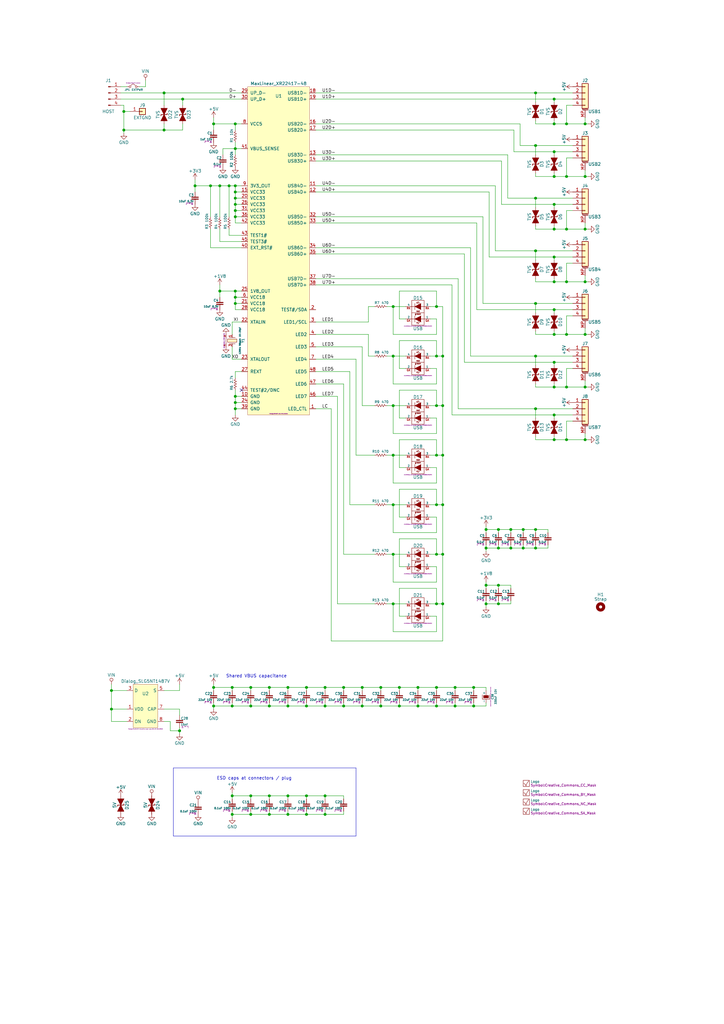
<source format=kicad_sch>
(kicad_sch (version 20210126) (generator eeschema)
  (paper "A3" portrait)
  (title_block (title "StickHub") (company "Stefan Hamminga (https://rbts.co)"))
  (junction (at 45.72 283.21) (diameter 1.016))
  (junction (at 45.72 290.83) (diameter 1.016))
  (junction (at 50.8 45.72) (diameter 1.016))
  (junction (at 50.8 53.34) (diameter 1.016))
  (junction (at 67.31 38.1) (diameter 1.016))
  (junction (at 67.31 53.34) (diameter 1.016))
  (junction (at 73.66 299.72) (diameter 1.016))
  (junction (at 74.93 40.64) (diameter 1.016))
  (junction (at 80.01 76.2) (diameter 1.016))
  (junction (at 86.36 76.2) (diameter 1.016))
  (junction (at 87.63 50.8) (diameter 1.016))
  (junction (at 87.63 281.94) (diameter 1.016))
  (junction (at 87.63 289.56) (diameter 1.016))
  (junction (at 90.17 76.2) (diameter 1.016))
  (junction (at 90.17 119.38) (diameter 1.016))
  (junction (at 93.98 76.2) (diameter 1.016))
  (junction (at 95.25 281.94) (diameter 1.016))
  (junction (at 95.25 289.56) (diameter 1.016))
  (junction (at 95.25 326.39) (diameter 1.016))
  (junction (at 95.25 334.01) (diameter 1.016))
  (junction (at 96.52 50.8) (diameter 1.016))
  (junction (at 96.52 60.96) (diameter 1.016))
  (junction (at 96.52 76.2) (diameter 1.016))
  (junction (at 96.52 78.74) (diameter 1.016))
  (junction (at 96.52 81.28) (diameter 1.016))
  (junction (at 96.52 83.82) (diameter 1.016))
  (junction (at 96.52 86.36) (diameter 1.016))
  (junction (at 96.52 88.9) (diameter 1.016))
  (junction (at 96.52 119.38) (diameter 1.016))
  (junction (at 96.52 121.92) (diameter 1.016))
  (junction (at 96.52 124.46) (diameter 1.016))
  (junction (at 96.52 162.56) (diameter 1.016))
  (junction (at 96.52 165.1) (diameter 1.016))
  (junction (at 96.52 167.64) (diameter 1.016))
  (junction (at 102.87 281.94) (diameter 1.016))
  (junction (at 102.87 289.56) (diameter 1.016))
  (junction (at 102.87 326.39) (diameter 1.016))
  (junction (at 102.87 334.01) (diameter 1.016))
  (junction (at 110.49 281.94) (diameter 1.016))
  (junction (at 110.49 289.56) (diameter 1.016))
  (junction (at 110.49 326.39) (diameter 1.016))
  (junction (at 110.49 334.01) (diameter 1.016))
  (junction (at 118.11 281.94) (diameter 1.016))
  (junction (at 118.11 289.56) (diameter 1.016))
  (junction (at 118.11 326.39) (diameter 1.016))
  (junction (at 118.11 334.01) (diameter 1.016))
  (junction (at 125.73 281.94) (diameter 1.016))
  (junction (at 125.73 289.56) (diameter 1.016))
  (junction (at 125.73 326.39) (diameter 1.016))
  (junction (at 125.73 334.01) (diameter 1.016))
  (junction (at 133.35 281.94) (diameter 1.016))
  (junction (at 133.35 289.56) (diameter 1.016))
  (junction (at 133.35 326.39) (diameter 1.016))
  (junction (at 133.35 334.01) (diameter 1.016))
  (junction (at 140.97 281.94) (diameter 1.016))
  (junction (at 140.97 289.56) (diameter 1.016))
  (junction (at 148.59 281.94) (diameter 1.016))
  (junction (at 148.59 289.56) (diameter 1.016))
  (junction (at 156.21 281.94) (diameter 1.016))
  (junction (at 156.21 289.56) (diameter 1.016))
  (junction (at 161.29 125.73) (diameter 1.016))
  (junction (at 161.29 146.05) (diameter 1.016))
  (junction (at 161.29 166.37) (diameter 1.016))
  (junction (at 161.29 186.69) (diameter 1.016))
  (junction (at 161.29 207.01) (diameter 1.016))
  (junction (at 161.29 227.33) (diameter 1.016))
  (junction (at 161.29 247.65) (diameter 1.016))
  (junction (at 163.83 281.94) (diameter 1.016))
  (junction (at 163.83 289.56) (diameter 1.016))
  (junction (at 171.45 281.94) (diameter 1.016))
  (junction (at 171.45 289.56) (diameter 1.016))
  (junction (at 179.07 125.73) (diameter 1.016))
  (junction (at 179.07 146.05) (diameter 1.016))
  (junction (at 179.07 166.37) (diameter 1.016))
  (junction (at 179.07 186.69) (diameter 1.016))
  (junction (at 179.07 207.01) (diameter 1.016))
  (junction (at 179.07 227.33) (diameter 1.016))
  (junction (at 179.07 247.65) (diameter 1.016))
  (junction (at 179.07 281.94) (diameter 1.016))
  (junction (at 179.07 289.56) (diameter 1.016))
  (junction (at 181.61 146.05) (diameter 1.016))
  (junction (at 181.61 166.37) (diameter 1.016))
  (junction (at 181.61 186.69) (diameter 1.016))
  (junction (at 181.61 207.01) (diameter 1.016))
  (junction (at 181.61 227.33) (diameter 1.016))
  (junction (at 181.61 247.65) (diameter 1.016))
  (junction (at 186.69 281.94) (diameter 1.016))
  (junction (at 186.69 289.56) (diameter 1.016))
  (junction (at 194.31 281.94) (diameter 1.016))
  (junction (at 194.31 289.56) (diameter 1.016))
  (junction (at 199.39 217.17) (diameter 1.016))
  (junction (at 199.39 224.79) (diameter 1.016))
  (junction (at 199.39 240.03) (diameter 1.016))
  (junction (at 199.39 247.65) (diameter 1.016))
  (junction (at 204.47 217.17) (diameter 1.016))
  (junction (at 204.47 224.79) (diameter 1.016))
  (junction (at 204.47 240.03) (diameter 1.016))
  (junction (at 204.47 247.65) (diameter 1.016))
  (junction (at 209.55 217.17) (diameter 1.016))
  (junction (at 209.55 224.79) (diameter 1.016))
  (junction (at 214.63 217.17) (diameter 1.016))
  (junction (at 214.63 224.79) (diameter 1.016))
  (junction (at 219.71 38.1) (diameter 1.016))
  (junction (at 219.71 59.69) (diameter 1.016))
  (junction (at 219.71 81.28) (diameter 1.016))
  (junction (at 219.71 102.87) (diameter 1.016))
  (junction (at 219.71 124.46) (diameter 1.016))
  (junction (at 219.71 146.05) (diameter 1.016))
  (junction (at 219.71 167.64) (diameter 1.016))
  (junction (at 219.71 217.17) (diameter 1.016))
  (junction (at 219.71 224.79) (diameter 1.016))
  (junction (at 227.33 40.64) (diameter 1.016))
  (junction (at 227.33 50.8) (diameter 1.016))
  (junction (at 227.33 62.23) (diameter 1.016))
  (junction (at 227.33 72.39) (diameter 1.016))
  (junction (at 227.33 83.82) (diameter 1.016))
  (junction (at 227.33 93.98) (diameter 1.016))
  (junction (at 227.33 105.41) (diameter 1.016))
  (junction (at 227.33 115.57) (diameter 1.016))
  (junction (at 227.33 127) (diameter 1.016))
  (junction (at 227.33 137.16) (diameter 1.016))
  (junction (at 227.33 148.59) (diameter 1.016))
  (junction (at 227.33 158.75) (diameter 1.016))
  (junction (at 227.33 170.18) (diameter 1.016))
  (junction (at 227.33 180.34) (diameter 1.016))
  (junction (at 232.41 50.8) (diameter 1.016))
  (junction (at 232.41 72.39) (diameter 1.016))
  (junction (at 232.41 93.98) (diameter 1.016))
  (junction (at 232.41 115.57) (diameter 1.016))
  (junction (at 232.41 137.16) (diameter 1.016))
  (junction (at 232.41 158.75) (diameter 1.016))
  (junction (at 232.41 180.34) (diameter 1.016))
  (junction (at 240.03 50.8) (diameter 1.016))
  (junction (at 240.03 72.39) (diameter 1.016))
  (junction (at 240.03 93.98) (diameter 1.016))
  (junction (at 240.03 115.57) (diameter 1.016))
  (junction (at 240.03 137.16) (diameter 1.016))
  (junction (at 240.03 158.75) (diameter 1.016))
  (junction (at 240.03 180.34) (diameter 1.016))
  (no_connect (at 99.06 160.02))
  (wire (pts (xy 45.72 280.67) (xy 45.72 283.21)))
  (wire (pts (xy 45.72 283.21) (xy 45.72 290.83)))
  (wire (pts (xy 45.72 283.21) (xy 52.07 283.21)))
  (wire (pts (xy 45.72 290.83) (xy 52.07 290.83)))
  (wire (pts (xy 45.72 295.91) (xy 45.72 290.83)))
  (wire (pts (xy 49.53 35.56) (xy 52.07 35.56)))
  (wire (pts (xy 49.53 38.1) (xy 67.31 38.1)))
  (wire (pts (xy 49.53 40.64) (xy 74.93 40.64)))
  (wire (pts (xy 49.53 43.18) (xy 50.8 43.18)))
  (wire (pts (xy 50.8 43.18) (xy 50.8 45.72)))
  (wire (pts (xy 50.8 45.72) (xy 50.8 53.34)))
  (wire (pts (xy 50.8 45.72) (xy 53.34 45.72)))
  (wire (pts (xy 50.8 53.34) (xy 50.8 54.61)))
  (wire (pts (xy 50.8 53.34) (xy 67.31 53.34)))
  (wire (pts (xy 52.07 295.91) (xy 45.72 295.91)))
  (wire (pts (xy 57.15 35.56) (xy 59.69 35.56)))
  (wire (pts (xy 59.69 35.56) (xy 59.69 33.02)))
  (wire (pts (xy 67.31 38.1) (xy 67.31 43.18)))
  (wire (pts (xy 67.31 38.1) (xy 99.06 38.1)))
  (wire (pts (xy 67.31 50.8) (xy 67.31 53.34)))
  (wire (pts (xy 67.31 53.34) (xy 74.93 53.34)))
  (wire (pts (xy 67.31 283.21) (xy 73.66 283.21)))
  (wire (pts (xy 67.31 290.83) (xy 73.66 290.83)))
  (wire (pts (xy 67.31 295.91) (xy 69.85 295.91)))
  (wire (pts (xy 69.85 295.91) (xy 69.85 299.72)))
  (wire (pts (xy 69.85 299.72) (xy 73.66 299.72)))
  (wire (pts (xy 73.66 283.21) (xy 73.66 280.67)))
  (wire (pts (xy 73.66 290.83) (xy 73.66 293.37)))
  (wire (pts (xy 73.66 298.45) (xy 73.66 299.72)))
  (wire (pts (xy 73.66 299.72) (xy 73.66 300.99)))
  (wire (pts (xy 74.93 40.64) (xy 74.93 43.18)))
  (wire (pts (xy 74.93 40.64) (xy 99.06 40.64)))
  (wire (pts (xy 74.93 50.8) (xy 74.93 53.34)))
  (wire (pts (xy 80.01 73.66) (xy 80.01 76.2)))
  (wire (pts (xy 80.01 76.2) (xy 80.01 78.74)))
  (wire (pts (xy 80.01 76.2) (xy 86.36 76.2)))
  (wire (pts (xy 86.36 76.2) (xy 90.17 76.2)))
  (wire (pts (xy 86.36 88.9) (xy 86.36 76.2)))
  (wire (pts (xy 86.36 101.6) (xy 86.36 93.98)))
  (wire (pts (xy 86.36 101.6) (xy 99.06 101.6)))
  (wire (pts (xy 87.63 48.26) (xy 87.63 50.8)))
  (wire (pts (xy 87.63 50.8) (xy 87.63 53.34)))
  (wire (pts (xy 87.63 50.8) (xy 96.52 50.8)))
  (wire (pts (xy 87.63 280.67) (xy 87.63 281.94)))
  (wire (pts (xy 87.63 281.94) (xy 87.63 283.21)))
  (wire (pts (xy 87.63 281.94) (xy 95.25 281.94)))
  (wire (pts (xy 87.63 288.29) (xy 87.63 289.56)))
  (wire (pts (xy 87.63 289.56) (xy 87.63 290.83)))
  (wire (pts (xy 87.63 289.56) (xy 95.25 289.56)))
  (wire (pts (xy 90.17 76.2) (xy 93.98 76.2)))
  (wire (pts (xy 90.17 88.9) (xy 90.17 76.2)))
  (wire (pts (xy 90.17 99.06) (xy 90.17 93.98)))
  (wire (pts (xy 90.17 116.84) (xy 90.17 119.38)))
  (wire (pts (xy 90.17 119.38) (xy 90.17 121.92)))
  (wire (pts (xy 90.17 119.38) (xy 96.52 119.38)))
  (wire (pts (xy 91.44 60.96) (xy 91.44 63.5)))
  (wire (pts (xy 93.98 76.2) (xy 93.98 88.9)))
  (wire (pts (xy 93.98 76.2) (xy 96.52 76.2)))
  (wire (pts (xy 93.98 93.98) (xy 93.98 96.52)))
  (wire (pts (xy 93.98 96.52) (xy 99.06 96.52)))
  (wire (pts (xy 95.25 132.08) (xy 99.06 132.08)))
  (wire (pts (xy 95.25 137.16) (xy 95.25 132.08)))
  (wire (pts (xy 95.25 142.24) (xy 95.25 147.32)))
  (wire (pts (xy 95.25 147.32) (xy 99.06 147.32)))
  (wire (pts (xy 95.25 281.94) (xy 95.25 283.21)))
  (wire (pts (xy 95.25 281.94) (xy 102.87 281.94)))
  (wire (pts (xy 95.25 288.29) (xy 95.25 289.56)))
  (wire (pts (xy 95.25 289.56) (xy 102.87 289.56)))
  (wire (pts (xy 95.25 325.12) (xy 95.25 326.39)))
  (wire (pts (xy 95.25 326.39) (xy 95.25 327.66)))
  (wire (pts (xy 95.25 326.39) (xy 102.87 326.39)))
  (wire (pts (xy 95.25 332.74) (xy 95.25 334.01)))
  (wire (pts (xy 95.25 334.01) (xy 95.25 335.28)))
  (wire (pts (xy 95.25 334.01) (xy 102.87 334.01)))
  (wire (pts (xy 96.52 50.8) (xy 99.06 50.8)))
  (wire (pts (xy 96.52 53.34) (xy 96.52 50.8)))
  (wire (pts (xy 96.52 60.96) (xy 91.44 60.96)))
  (wire (pts (xy 96.52 60.96) (xy 96.52 58.42)))
  (wire (pts (xy 96.52 60.96) (xy 96.52 63.5)))
  (wire (pts (xy 96.52 76.2) (xy 99.06 76.2)))
  (wire (pts (xy 96.52 78.74) (xy 96.52 76.2)))
  (wire (pts (xy 96.52 78.74) (xy 96.52 81.28)))
  (wire (pts (xy 96.52 81.28) (xy 96.52 83.82)))
  (wire (pts (xy 96.52 81.28) (xy 99.06 81.28)))
  (wire (pts (xy 96.52 83.82) (xy 96.52 86.36)))
  (wire (pts (xy 96.52 83.82) (xy 99.06 83.82)))
  (wire (pts (xy 96.52 86.36) (xy 96.52 88.9)))
  (wire (pts (xy 96.52 86.36) (xy 99.06 86.36)))
  (wire (pts (xy 96.52 88.9) (xy 96.52 91.44)))
  (wire (pts (xy 96.52 88.9) (xy 99.06 88.9)))
  (wire (pts (xy 96.52 91.44) (xy 99.06 91.44)))
  (wire (pts (xy 96.52 119.38) (xy 99.06 119.38)))
  (wire (pts (xy 96.52 121.92) (xy 96.52 119.38)))
  (wire (pts (xy 96.52 121.92) (xy 99.06 121.92)))
  (wire (pts (xy 96.52 124.46) (xy 96.52 121.92)))
  (wire (pts (xy 96.52 124.46) (xy 99.06 124.46)))
  (wire (pts (xy 96.52 127) (xy 96.52 124.46)))
  (wire (pts (xy 96.52 152.4) (xy 96.52 154.94)))
  (wire (pts (xy 96.52 160.02) (xy 96.52 162.56)))
  (wire (pts (xy 96.52 162.56) (xy 96.52 165.1)))
  (wire (pts (xy 96.52 162.56) (xy 99.06 162.56)))
  (wire (pts (xy 96.52 165.1) (xy 96.52 167.64)))
  (wire (pts (xy 96.52 165.1) (xy 99.06 165.1)))
  (wire (pts (xy 96.52 167.64) (xy 96.52 170.18)))
  (wire (pts (xy 96.52 167.64) (xy 99.06 167.64)))
  (wire (pts (xy 99.06 60.96) (xy 96.52 60.96)))
  (wire (pts (xy 99.06 78.74) (xy 96.52 78.74)))
  (wire (pts (xy 99.06 99.06) (xy 90.17 99.06)))
  (wire (pts (xy 99.06 127) (xy 96.52 127)))
  (wire (pts (xy 99.06 152.4) (xy 96.52 152.4)))
  (wire (pts (xy 102.87 281.94) (xy 102.87 283.21)))
  (wire (pts (xy 102.87 281.94) (xy 110.49 281.94)))
  (wire (pts (xy 102.87 288.29) (xy 102.87 289.56)))
  (wire (pts (xy 102.87 289.56) (xy 110.49 289.56)))
  (wire (pts (xy 102.87 326.39) (xy 102.87 327.66)))
  (wire (pts (xy 102.87 326.39) (xy 110.49 326.39)))
  (wire (pts (xy 102.87 332.74) (xy 102.87 334.01)))
  (wire (pts (xy 102.87 334.01) (xy 110.49 334.01)))
  (wire (pts (xy 110.49 281.94) (xy 110.49 283.21)))
  (wire (pts (xy 110.49 281.94) (xy 118.11 281.94)))
  (wire (pts (xy 110.49 288.29) (xy 110.49 289.56)))
  (wire (pts (xy 110.49 289.56) (xy 118.11 289.56)))
  (wire (pts (xy 110.49 326.39) (xy 110.49 327.66)))
  (wire (pts (xy 110.49 326.39) (xy 118.11 326.39)))
  (wire (pts (xy 110.49 332.74) (xy 110.49 334.01)))
  (wire (pts (xy 110.49 334.01) (xy 118.11 334.01)))
  (wire (pts (xy 118.11 281.94) (xy 118.11 283.21)))
  (wire (pts (xy 118.11 281.94) (xy 125.73 281.94)))
  (wire (pts (xy 118.11 288.29) (xy 118.11 289.56)))
  (wire (pts (xy 118.11 289.56) (xy 125.73 289.56)))
  (wire (pts (xy 118.11 326.39) (xy 118.11 327.66)))
  (wire (pts (xy 118.11 326.39) (xy 125.73 326.39)))
  (wire (pts (xy 118.11 332.74) (xy 118.11 334.01)))
  (wire (pts (xy 118.11 334.01) (xy 125.73 334.01)))
  (wire (pts (xy 125.73 281.94) (xy 125.73 283.21)))
  (wire (pts (xy 125.73 281.94) (xy 133.35 281.94)))
  (wire (pts (xy 125.73 289.56) (xy 125.73 288.29)))
  (wire (pts (xy 125.73 289.56) (xy 133.35 289.56)))
  (wire (pts (xy 125.73 326.39) (xy 125.73 327.66)))
  (wire (pts (xy 125.73 326.39) (xy 133.35 326.39)))
  (wire (pts (xy 125.73 332.74) (xy 125.73 334.01)))
  (wire (pts (xy 125.73 334.01) (xy 133.35 334.01)))
  (wire (pts (xy 129.54 38.1) (xy 219.71 38.1)))
  (wire (pts (xy 129.54 40.64) (xy 227.33 40.64)))
  (wire (pts (xy 129.54 50.8) (xy 213.36 50.8)))
  (wire (pts (xy 129.54 53.34) (xy 210.82 53.34)))
  (wire (pts (xy 129.54 63.5) (xy 208.28 63.5)))
  (wire (pts (xy 129.54 66.04) (xy 205.74 66.04)))
  (wire (pts (xy 129.54 76.2) (xy 203.2 76.2)))
  (wire (pts (xy 129.54 78.74) (xy 200.66 78.74)))
  (wire (pts (xy 129.54 88.9) (xy 198.12 88.9)))
  (wire (pts (xy 129.54 91.44) (xy 195.58 91.44)))
  (wire (pts (xy 129.54 101.6) (xy 193.04 101.6)))
  (wire (pts (xy 129.54 104.14) (xy 190.5 104.14)))
  (wire (pts (xy 129.54 114.3) (xy 187.96 114.3)))
  (wire (pts (xy 129.54 116.84) (xy 185.42 116.84)))
  (wire (pts (xy 129.54 132.08) (xy 151.13 132.08)))
  (wire (pts (xy 129.54 137.16) (xy 151.13 137.16)))
  (wire (pts (xy 129.54 142.24) (xy 148.59 142.24)))
  (wire (pts (xy 129.54 147.32) (xy 146.05 147.32)))
  (wire (pts (xy 129.54 152.4) (xy 143.51 152.4)))
  (wire (pts (xy 129.54 157.48) (xy 140.97 157.48)))
  (wire (pts (xy 129.54 162.56) (xy 138.43 162.56)))
  (wire (pts (xy 133.35 281.94) (xy 133.35 283.21)))
  (wire (pts (xy 133.35 281.94) (xy 140.97 281.94)))
  (wire (pts (xy 133.35 288.29) (xy 133.35 289.56)))
  (wire (pts (xy 133.35 289.56) (xy 140.97 289.56)))
  (wire (pts (xy 133.35 326.39) (xy 133.35 327.66)))
  (wire (pts (xy 133.35 326.39) (xy 140.97 326.39)))
  (wire (pts (xy 133.35 332.74) (xy 133.35 334.01)))
  (wire (pts (xy 133.35 334.01) (xy 140.97 334.01)))
  (wire (pts (xy 135.89 167.64) (xy 129.54 167.64)))
  (wire (pts (xy 135.89 262.89) (xy 135.89 167.64)))
  (wire (pts (xy 138.43 162.56) (xy 138.43 247.65)))
  (wire (pts (xy 138.43 247.65) (xy 153.67 247.65)))
  (wire (pts (xy 140.97 157.48) (xy 140.97 227.33)))
  (wire (pts (xy 140.97 227.33) (xy 153.67 227.33)))
  (wire (pts (xy 140.97 281.94) (xy 140.97 283.21)))
  (wire (pts (xy 140.97 281.94) (xy 148.59 281.94)))
  (wire (pts (xy 140.97 289.56) (xy 140.97 288.29)))
  (wire (pts (xy 140.97 326.39) (xy 140.97 327.66)))
  (wire (pts (xy 140.97 334.01) (xy 140.97 332.74)))
  (wire (pts (xy 143.51 152.4) (xy 143.51 207.01)))
  (wire (pts (xy 143.51 207.01) (xy 153.67 207.01)))
  (wire (pts (xy 146.05 147.32) (xy 146.05 186.69)))
  (wire (pts (xy 146.05 186.69) (xy 153.67 186.69)))
  (wire (pts (xy 148.59 142.24) (xy 148.59 166.37)))
  (wire (pts (xy 148.59 166.37) (xy 153.67 166.37)))
  (wire (pts (xy 148.59 281.94) (xy 148.59 283.21)))
  (wire (pts (xy 148.59 281.94) (xy 156.21 281.94)))
  (wire (pts (xy 148.59 288.29) (xy 148.59 289.56)))
  (wire (pts (xy 148.59 289.56) (xy 140.97 289.56)))
  (wire (pts (xy 148.59 289.56) (xy 156.21 289.56)))
  (wire (pts (xy 151.13 125.73) (xy 151.13 132.08)))
  (wire (pts (xy 151.13 137.16) (xy 151.13 146.05)))
  (wire (pts (xy 151.13 146.05) (xy 153.67 146.05)))
  (wire (pts (xy 153.67 125.73) (xy 151.13 125.73)))
  (wire (pts (xy 156.21 281.94) (xy 156.21 283.21)))
  (wire (pts (xy 156.21 281.94) (xy 163.83 281.94)))
  (wire (pts (xy 156.21 289.56) (xy 156.21 288.29)))
  (wire (pts (xy 156.21 289.56) (xy 163.83 289.56)))
  (wire (pts (xy 158.75 125.73) (xy 161.29 125.73)))
  (wire (pts (xy 158.75 146.05) (xy 161.29 146.05)))
  (wire (pts (xy 158.75 166.37) (xy 161.29 166.37)))
  (wire (pts (xy 158.75 186.69) (xy 161.29 186.69)))
  (wire (pts (xy 158.75 207.01) (xy 161.29 207.01)))
  (wire (pts (xy 158.75 227.33) (xy 161.29 227.33)))
  (wire (pts (xy 158.75 247.65) (xy 161.29 247.65)))
  (wire (pts (xy 161.29 125.73) (xy 166.37 125.73)))
  (wire (pts (xy 161.29 137.16) (xy 161.29 125.73)))
  (wire (pts (xy 161.29 146.05) (xy 166.37 146.05)))
  (wire (pts (xy 161.29 157.48) (xy 161.29 146.05)))
  (wire (pts (xy 161.29 166.37) (xy 166.37 166.37)))
  (wire (pts (xy 161.29 177.8) (xy 161.29 166.37)))
  (wire (pts (xy 161.29 186.69) (xy 166.37 186.69)))
  (wire (pts (xy 161.29 198.12) (xy 161.29 186.69)))
  (wire (pts (xy 161.29 207.01) (xy 166.37 207.01)))
  (wire (pts (xy 161.29 218.44) (xy 161.29 207.01)))
  (wire (pts (xy 161.29 227.33) (xy 166.37 227.33)))
  (wire (pts (xy 161.29 238.76) (xy 161.29 227.33)))
  (wire (pts (xy 161.29 247.65) (xy 166.37 247.65)))
  (wire (pts (xy 161.29 259.08) (xy 161.29 247.65)))
  (wire (pts (xy 163.83 119.38) (xy 179.07 119.38)))
  (wire (pts (xy 163.83 130.81) (xy 163.83 119.38)))
  (wire (pts (xy 163.83 139.7) (xy 179.07 139.7)))
  (wire (pts (xy 163.83 151.13) (xy 163.83 139.7)))
  (wire (pts (xy 163.83 160.02) (xy 179.07 160.02)))
  (wire (pts (xy 163.83 171.45) (xy 163.83 160.02)))
  (wire (pts (xy 163.83 180.34) (xy 179.07 180.34)))
  (wire (pts (xy 163.83 191.77) (xy 163.83 180.34)))
  (wire (pts (xy 163.83 200.66) (xy 179.07 200.66)))
  (wire (pts (xy 163.83 212.09) (xy 163.83 200.66)))
  (wire (pts (xy 163.83 220.98) (xy 179.07 220.98)))
  (wire (pts (xy 163.83 232.41) (xy 163.83 220.98)))
  (wire (pts (xy 163.83 241.3) (xy 179.07 241.3)))
  (wire (pts (xy 163.83 252.73) (xy 163.83 241.3)))
  (wire (pts (xy 163.83 281.94) (xy 163.83 283.21)))
  (wire (pts (xy 163.83 281.94) (xy 171.45 281.94)))
  (wire (pts (xy 163.83 289.56) (xy 163.83 288.29)))
  (wire (pts (xy 163.83 289.56) (xy 171.45 289.56)))
  (wire (pts (xy 166.37 130.81) (xy 163.83 130.81)))
  (wire (pts (xy 166.37 151.13) (xy 163.83 151.13)))
  (wire (pts (xy 166.37 171.45) (xy 163.83 171.45)))
  (wire (pts (xy 166.37 191.77) (xy 163.83 191.77)))
  (wire (pts (xy 166.37 212.09) (xy 163.83 212.09)))
  (wire (pts (xy 166.37 232.41) (xy 163.83 232.41)))
  (wire (pts (xy 166.37 252.73) (xy 163.83 252.73)))
  (wire (pts (xy 171.45 281.94) (xy 171.45 283.21)))
  (wire (pts (xy 171.45 281.94) (xy 179.07 281.94)))
  (wire (pts (xy 171.45 289.56) (xy 171.45 288.29)))
  (wire (pts (xy 176.53 130.81) (xy 179.07 130.81)))
  (wire (pts (xy 176.53 151.13) (xy 179.07 151.13)))
  (wire (pts (xy 176.53 171.45) (xy 179.07 171.45)))
  (wire (pts (xy 176.53 191.77) (xy 179.07 191.77)))
  (wire (pts (xy 176.53 212.09) (xy 179.07 212.09)))
  (wire (pts (xy 176.53 232.41) (xy 179.07 232.41)))
  (wire (pts (xy 176.53 252.73) (xy 179.07 252.73)))
  (wire (pts (xy 179.07 119.38) (xy 179.07 125.73)))
  (wire (pts (xy 179.07 125.73) (xy 176.53 125.73)))
  (wire (pts (xy 179.07 125.73) (xy 181.61 125.73)))
  (wire (pts (xy 179.07 130.81) (xy 179.07 137.16)))
  (wire (pts (xy 179.07 137.16) (xy 161.29 137.16)))
  (wire (pts (xy 179.07 139.7) (xy 179.07 146.05)))
  (wire (pts (xy 179.07 146.05) (xy 176.53 146.05)))
  (wire (pts (xy 179.07 146.05) (xy 181.61 146.05)))
  (wire (pts (xy 179.07 151.13) (xy 179.07 157.48)))
  (wire (pts (xy 179.07 157.48) (xy 161.29 157.48)))
  (wire (pts (xy 179.07 160.02) (xy 179.07 166.37)))
  (wire (pts (xy 179.07 166.37) (xy 176.53 166.37)))
  (wire (pts (xy 179.07 166.37) (xy 181.61 166.37)))
  (wire (pts (xy 179.07 171.45) (xy 179.07 177.8)))
  (wire (pts (xy 179.07 177.8) (xy 161.29 177.8)))
  (wire (pts (xy 179.07 180.34) (xy 179.07 186.69)))
  (wire (pts (xy 179.07 186.69) (xy 176.53 186.69)))
  (wire (pts (xy 179.07 186.69) (xy 181.61 186.69)))
  (wire (pts (xy 179.07 191.77) (xy 179.07 198.12)))
  (wire (pts (xy 179.07 198.12) (xy 161.29 198.12)))
  (wire (pts (xy 179.07 200.66) (xy 179.07 207.01)))
  (wire (pts (xy 179.07 207.01) (xy 176.53 207.01)))
  (wire (pts (xy 179.07 207.01) (xy 181.61 207.01)))
  (wire (pts (xy 179.07 212.09) (xy 179.07 218.44)))
  (wire (pts (xy 179.07 218.44) (xy 161.29 218.44)))
  (wire (pts (xy 179.07 220.98) (xy 179.07 227.33)))
  (wire (pts (xy 179.07 227.33) (xy 176.53 227.33)))
  (wire (pts (xy 179.07 227.33) (xy 181.61 227.33)))
  (wire (pts (xy 179.07 232.41) (xy 179.07 238.76)))
  (wire (pts (xy 179.07 238.76) (xy 161.29 238.76)))
  (wire (pts (xy 179.07 241.3) (xy 179.07 247.65)))
  (wire (pts (xy 179.07 247.65) (xy 176.53 247.65)))
  (wire (pts (xy 179.07 252.73) (xy 179.07 259.08)))
  (wire (pts (xy 179.07 259.08) (xy 161.29 259.08)))
  (wire (pts (xy 179.07 281.94) (xy 179.07 283.21)))
  (wire (pts (xy 179.07 281.94) (xy 186.69 281.94)))
  (wire (pts (xy 179.07 288.29) (xy 179.07 289.56)))
  (wire (pts (xy 179.07 289.56) (xy 171.45 289.56)))
  (wire (pts (xy 179.07 289.56) (xy 186.69 289.56)))
  (wire (pts (xy 181.61 125.73) (xy 181.61 146.05)))
  (wire (pts (xy 181.61 146.05) (xy 181.61 166.37)))
  (wire (pts (xy 181.61 166.37) (xy 181.61 186.69)))
  (wire (pts (xy 181.61 186.69) (xy 181.61 207.01)))
  (wire (pts (xy 181.61 207.01) (xy 181.61 227.33)))
  (wire (pts (xy 181.61 227.33) (xy 181.61 247.65)))
  (wire (pts (xy 181.61 247.65) (xy 179.07 247.65)))
  (wire (pts (xy 181.61 247.65) (xy 181.61 262.89)))
  (wire (pts (xy 181.61 262.89) (xy 135.89 262.89)))
  (wire (pts (xy 185.42 116.84) (xy 185.42 170.18)))
  (wire (pts (xy 185.42 170.18) (xy 227.33 170.18)))
  (wire (pts (xy 186.69 281.94) (xy 186.69 283.21)))
  (wire (pts (xy 186.69 281.94) (xy 194.31 281.94)))
  (wire (pts (xy 186.69 289.56) (xy 186.69 288.29)))
  (wire (pts (xy 186.69 289.56) (xy 194.31 289.56)))
  (wire (pts (xy 187.96 114.3) (xy 187.96 167.64)))
  (wire (pts (xy 187.96 167.64) (xy 219.71 167.64)))
  (wire (pts (xy 190.5 104.14) (xy 190.5 148.59)))
  (wire (pts (xy 190.5 148.59) (xy 227.33 148.59)))
  (wire (pts (xy 193.04 101.6) (xy 193.04 146.05)))
  (wire (pts (xy 193.04 146.05) (xy 219.71 146.05)))
  (wire (pts (xy 194.31 281.94) (xy 194.31 283.21)))
  (wire (pts (xy 194.31 281.94) (xy 199.39 281.94)))
  (wire (pts (xy 194.31 289.56) (xy 194.31 288.29)))
  (wire (pts (xy 195.58 91.44) (xy 195.58 127)))
  (wire (pts (xy 195.58 127) (xy 227.33 127)))
  (wire (pts (xy 198.12 88.9) (xy 198.12 124.46)))
  (wire (pts (xy 198.12 124.46) (xy 219.71 124.46)))
  (wire (pts (xy 199.39 215.9) (xy 199.39 217.17)))
  (wire (pts (xy 199.39 217.17) (xy 199.39 218.44)))
  (wire (pts (xy 199.39 223.52) (xy 199.39 224.79)))
  (wire (pts (xy 199.39 224.79) (xy 199.39 226.06)))
  (wire (pts (xy 199.39 224.79) (xy 204.47 224.79)))
  (wire (pts (xy 199.39 238.76) (xy 199.39 240.03)))
  (wire (pts (xy 199.39 240.03) (xy 199.39 241.3)))
  (wire (pts (xy 199.39 240.03) (xy 204.47 240.03)))
  (wire (pts (xy 199.39 246.38) (xy 199.39 247.65)))
  (wire (pts (xy 199.39 247.65) (xy 199.39 248.92)))
  (wire (pts (xy 199.39 247.65) (xy 204.47 247.65)))
  (wire (pts (xy 199.39 281.94) (xy 199.39 283.21)))
  (wire (pts (xy 199.39 288.29) (xy 199.39 289.56)))
  (wire (pts (xy 199.39 289.56) (xy 194.31 289.56)))
  (wire (pts (xy 200.66 78.74) (xy 200.66 105.41)))
  (wire (pts (xy 200.66 105.41) (xy 227.33 105.41)))
  (wire (pts (xy 203.2 76.2) (xy 203.2 102.87)))
  (wire (pts (xy 203.2 102.87) (xy 219.71 102.87)))
  (wire (pts (xy 204.47 217.17) (xy 199.39 217.17)))
  (wire (pts (xy 204.47 217.17) (xy 204.47 218.44)))
  (wire (pts (xy 204.47 223.52) (xy 204.47 224.79)))
  (wire (pts (xy 204.47 224.79) (xy 209.55 224.79)))
  (wire (pts (xy 204.47 240.03) (xy 204.47 241.3)))
  (wire (pts (xy 204.47 240.03) (xy 209.55 240.03)))
  (wire (pts (xy 204.47 246.38) (xy 204.47 247.65)))
  (wire (pts (xy 204.47 247.65) (xy 209.55 247.65)))
  (wire (pts (xy 205.74 66.04) (xy 205.74 83.82)))
  (wire (pts (xy 205.74 83.82) (xy 227.33 83.82)))
  (wire (pts (xy 208.28 63.5) (xy 208.28 81.28)))
  (wire (pts (xy 208.28 81.28) (xy 219.71 81.28)))
  (wire (pts (xy 209.55 217.17) (xy 204.47 217.17)))
  (wire (pts (xy 209.55 217.17) (xy 209.55 218.44)))
  (wire (pts (xy 209.55 223.52) (xy 209.55 224.79)))
  (wire (pts (xy 209.55 224.79) (xy 214.63 224.79)))
  (wire (pts (xy 209.55 240.03) (xy 209.55 241.3)))
  (wire (pts (xy 209.55 247.65) (xy 209.55 246.38)))
  (wire (pts (xy 210.82 53.34) (xy 210.82 62.23)))
  (wire (pts (xy 210.82 62.23) (xy 227.33 62.23)))
  (wire (pts (xy 213.36 50.8) (xy 213.36 59.69)))
  (wire (pts (xy 213.36 59.69) (xy 219.71 59.69)))
  (wire (pts (xy 214.63 217.17) (xy 209.55 217.17)))
  (wire (pts (xy 214.63 217.17) (xy 214.63 218.44)))
  (wire (pts (xy 214.63 223.52) (xy 214.63 224.79)))
  (wire (pts (xy 214.63 224.79) (xy 219.71 224.79)))
  (wire (pts (xy 219.71 38.1) (xy 219.71 41.91)))
  (wire (pts (xy 219.71 38.1) (xy 234.95 38.1)))
  (wire (pts (xy 219.71 49.53) (xy 219.71 50.8)))
  (wire (pts (xy 219.71 50.8) (xy 227.33 50.8)))
  (wire (pts (xy 219.71 59.69) (xy 219.71 63.5)))
  (wire (pts (xy 219.71 59.69) (xy 234.95 59.69)))
  (wire (pts (xy 219.71 71.12) (xy 219.71 72.39)))
  (wire (pts (xy 219.71 72.39) (xy 227.33 72.39)))
  (wire (pts (xy 219.71 81.28) (xy 219.71 85.09)))
  (wire (pts (xy 219.71 81.28) (xy 234.95 81.28)))
  (wire (pts (xy 219.71 92.71) (xy 219.71 93.98)))
  (wire (pts (xy 219.71 93.98) (xy 227.33 93.98)))
  (wire (pts (xy 219.71 102.87) (xy 219.71 106.68)))
  (wire (pts (xy 219.71 102.87) (xy 234.95 102.87)))
  (wire (pts (xy 219.71 114.3) (xy 219.71 115.57)))
  (wire (pts (xy 219.71 115.57) (xy 227.33 115.57)))
  (wire (pts (xy 219.71 124.46) (xy 219.71 128.27)))
  (wire (pts (xy 219.71 124.46) (xy 234.95 124.46)))
  (wire (pts (xy 219.71 135.89) (xy 219.71 137.16)))
  (wire (pts (xy 219.71 137.16) (xy 227.33 137.16)))
  (wire (pts (xy 219.71 146.05) (xy 219.71 149.86)))
  (wire (pts (xy 219.71 146.05) (xy 234.95 146.05)))
  (wire (pts (xy 219.71 157.48) (xy 219.71 158.75)))
  (wire (pts (xy 219.71 158.75) (xy 227.33 158.75)))
  (wire (pts (xy 219.71 167.64) (xy 219.71 171.45)))
  (wire (pts (xy 219.71 167.64) (xy 234.95 167.64)))
  (wire (pts (xy 219.71 179.07) (xy 219.71 180.34)))
  (wire (pts (xy 219.71 180.34) (xy 227.33 180.34)))
  (wire (pts (xy 219.71 217.17) (xy 214.63 217.17)))
  (wire (pts (xy 219.71 217.17) (xy 219.71 218.44)))
  (wire (pts (xy 219.71 223.52) (xy 219.71 224.79)))
  (wire (pts (xy 219.71 224.79) (xy 224.79 224.79)))
  (wire (pts (xy 224.79 217.17) (xy 219.71 217.17)))
  (wire (pts (xy 224.79 218.44) (xy 224.79 217.17)))
  (wire (pts (xy 224.79 224.79) (xy 224.79 223.52)))
  (wire (pts (xy 227.33 40.64) (xy 227.33 41.91)))
  (wire (pts (xy 227.33 40.64) (xy 234.95 40.64)))
  (wire (pts (xy 227.33 49.53) (xy 227.33 50.8)))
  (wire (pts (xy 227.33 50.8) (xy 232.41 50.8)))
  (wire (pts (xy 227.33 62.23) (xy 227.33 63.5)))
  (wire (pts (xy 227.33 62.23) (xy 234.95 62.23)))
  (wire (pts (xy 227.33 71.12) (xy 227.33 72.39)))
  (wire (pts (xy 227.33 72.39) (xy 232.41 72.39)))
  (wire (pts (xy 227.33 83.82) (xy 227.33 85.09)))
  (wire (pts (xy 227.33 83.82) (xy 234.95 83.82)))
  (wire (pts (xy 227.33 92.71) (xy 227.33 93.98)))
  (wire (pts (xy 227.33 93.98) (xy 232.41 93.98)))
  (wire (pts (xy 227.33 105.41) (xy 227.33 106.68)))
  (wire (pts (xy 227.33 105.41) (xy 234.95 105.41)))
  (wire (pts (xy 227.33 114.3) (xy 227.33 115.57)))
  (wire (pts (xy 227.33 115.57) (xy 232.41 115.57)))
  (wire (pts (xy 227.33 127) (xy 227.33 128.27)))
  (wire (pts (xy 227.33 127) (xy 234.95 127)))
  (wire (pts (xy 227.33 135.89) (xy 227.33 137.16)))
  (wire (pts (xy 227.33 137.16) (xy 232.41 137.16)))
  (wire (pts (xy 227.33 148.59) (xy 227.33 149.86)))
  (wire (pts (xy 227.33 148.59) (xy 234.95 148.59)))
  (wire (pts (xy 227.33 157.48) (xy 227.33 158.75)))
  (wire (pts (xy 227.33 158.75) (xy 232.41 158.75)))
  (wire (pts (xy 227.33 170.18) (xy 227.33 171.45)))
  (wire (pts (xy 227.33 170.18) (xy 234.95 170.18)))
  (wire (pts (xy 227.33 179.07) (xy 227.33 180.34)))
  (wire (pts (xy 227.33 180.34) (xy 232.41 180.34)))
  (wire (pts (xy 232.41 43.18) (xy 232.41 50.8)))
  (wire (pts (xy 232.41 50.8) (xy 240.03 50.8)))
  (wire (pts (xy 232.41 64.77) (xy 232.41 72.39)))
  (wire (pts (xy 232.41 72.39) (xy 240.03 72.39)))
  (wire (pts (xy 232.41 86.36) (xy 232.41 93.98)))
  (wire (pts (xy 232.41 93.98) (xy 240.03 93.98)))
  (wire (pts (xy 232.41 107.95) (xy 232.41 115.57)))
  (wire (pts (xy 232.41 115.57) (xy 240.03 115.57)))
  (wire (pts (xy 232.41 129.54) (xy 232.41 137.16)))
  (wire (pts (xy 232.41 137.16) (xy 240.03 137.16)))
  (wire (pts (xy 232.41 151.13) (xy 232.41 158.75)))
  (wire (pts (xy 232.41 158.75) (xy 240.03 158.75)))
  (wire (pts (xy 232.41 172.72) (xy 232.41 180.34)))
  (wire (pts (xy 232.41 180.34) (xy 240.03 180.34)))
  (wire (pts (xy 234.95 43.18) (xy 232.41 43.18)))
  (wire (pts (xy 234.95 64.77) (xy 232.41 64.77)))
  (wire (pts (xy 234.95 86.36) (xy 232.41 86.36)))
  (wire (pts (xy 234.95 107.95) (xy 232.41 107.95)))
  (wire (pts (xy 234.95 129.54) (xy 232.41 129.54)))
  (wire (pts (xy 234.95 151.13) (xy 232.41 151.13)))
  (wire (pts (xy 234.95 172.72) (xy 232.41 172.72)))
  (wire (pts (xy 240.03 50.8) (xy 240.03 48.26)))
  (wire (pts (xy 240.03 50.8) (xy 241.3 50.8)))
  (wire (pts (xy 240.03 72.39) (xy 240.03 69.85)))
  (wire (pts (xy 240.03 72.39) (xy 241.3 72.39)))
  (wire (pts (xy 240.03 93.98) (xy 240.03 91.44)))
  (wire (pts (xy 240.03 93.98) (xy 241.3 93.98)))
  (wire (pts (xy 240.03 115.57) (xy 240.03 113.03)))
  (wire (pts (xy 240.03 115.57) (xy 241.3 115.57)))
  (wire (pts (xy 240.03 137.16) (xy 240.03 134.62)))
  (wire (pts (xy 240.03 137.16) (xy 241.3 137.16)))
  (wire (pts (xy 240.03 158.75) (xy 240.03 156.21)))
  (wire (pts (xy 240.03 158.75) (xy 241.3 158.75)))
  (wire (pts (xy 240.03 180.34) (xy 240.03 177.8)))
  (wire (pts (xy 240.03 180.34) (xy 241.3 180.34)))
  (polyline (pts (xy 71.12 314.96) (xy 71.12 342.9)) (stroke (width 0) (type solid)))
  (polyline (pts (xy 71.12 314.96) (xy 146.05 314.96)) (stroke (width 0) (type solid)))
  (polyline (pts (xy 146.05 314.96) (xy 146.05 342.9)) (stroke (width 0) (type solid)))
  (polyline (pts (xy 146.05 342.9) (xy 71.12 342.9)) (stroke (width 0) (type solid)))
  (text "ESD caps at connectors / plug" (at 88.9 320.04 0) (effects (font (size 1.27 1.27)) (justify left bottom)))
  (text "Shared VBUS capacitance" (at 92.71 278.13 0) (effects (font (size 1.27 1.27)) (justify left bottom)))
  (label "D-" (at 93.98 38.1 0))
  (label "D+" (at 93.98 40.64 0))
  (label "XI" (at 97.79 132.08 180))
  (label "XO" (at 97.79 147.32 180))
  (label "U1D-" (at 132.08 38.1 0))
  (label "U1D+" (at 132.08 40.64 0))
  (label "U2D-" (at 132.08 50.8 0))
  (label "U2D+" (at 132.08 53.34 0))
  (label "U3D-" (at 132.08 63.5 0))
  (label "U3D+" (at 132.08 66.04 0))
  (label "U4D-" (at 132.08 76.2 0))
  (label "U4D+" (at 132.08 78.74 0))
  (label "U5D-" (at 132.08 88.9 0))
  (label "U5D+" (at 132.08 91.44 0))
  (label "U6D-" (at 132.08 101.6 0))
  (label "U6D+" (at 132.08 104.14 0))
  (label "U7D-" (at 132.08 114.3 0))
  (label "U7D+" (at 132.08 116.84 0))
  (label "LED1" (at 132.08 132.08 0))
  (label "LED2" (at 132.08 137.16 0))
  (label "LED3" (at 132.08 142.24 0))
  (label "LED4" (at 132.08 147.32 0))
  (label "LED5" (at 132.08 152.4 0))
  (label "LED6" (at 132.08 157.48 0))
  (label "LED7" (at 132.08 162.56 0))
  (label "LC" (at 132.08 167.64 0))
  (symbol (lib_id "RobotProtos:RSMALL") (at 86.36 91.44 0) (unit 1)
    (property "Reference" "R3" (at 84.836 91.948 90) (effects (font (size 0.9906 0.9906)) (justify right)))
    (property "Value" "100k" (at 84.836 91.186 90) (effects (font (size 0.991 0.991)) (justify left)))
    (property "Footprint" "Resistor_SMD:1005_C" (effects hide))
    (property "USD_per_1000" "0,024" (effects hide))
    (property "USD_per_1" "0,08" (effects hide))
    (property "Description" "100k 1%" (effects hide))
    (property "MPN" "0402WGF1003TCE" (effects hide))
  )
  (symbol (lib_id "RobotProtos:RSMALL") (at 90.17 91.44 0) (unit 1)
    (property "Reference" "R4" (at 88.646 91.948 90) (effects (font (size 0.9906 0.9906)) (justify right)))
    (property "Value" "100k" (at 88.646 91.186 90) (effects (font (size 0.991 0.991)) (justify left)))
    (property "Footprint" "Resistor_SMD:1005_C" (effects hide))
    (property "USD_per_1000" "0,024" (effects hide))
    (property "USD_per_1" "0,08" (effects hide))
    (property "Description" "100k 1%" (effects hide))
    (property "MPN" "0402WGF1003TCE" (effects hide))
  )
  (symbol (lib_id "RobotProtos:RSMALL") (at 93.98 91.44 0) (unit 1)
    (property "Reference" "R5" (at 92.456 91.948 90) (effects (font (size 0.9906 0.9906)) (justify right)))
    (property "Value" "100k" (at 92.456 91.186 90) (effects (font (size 0.991 0.991)) (justify left)))
    (property "Footprint" "Resistor_SMD:1005_C" (effects hide))
    (property "USD_per_1000" "0,024" (effects hide))
    (property "USD_per_1" "0,08" (effects hide))
    (property "Description" "100k 1%" (effects hide))
    (property "MPN" "0402WGF1003TCE" (effects hide))
  )
  (symbol (lib_id "RobotProtos:RSMALL") (at 96.52 55.88 0) (unit 1)
    (property "Reference" "R1" (at 94.996 56.388 90) (effects (font (size 0.9906 0.9906)) (justify right)))
    (property "Value" "10k" (at 94.996 55.626 90) (effects (font (size 0.991 0.991)) (justify left)))
    (property "Footprint" "Resistor_SMD:1005_C" (effects hide))
    (property "USD_per_1000" "0,024" (effects hide))
    (property "USD_per_1" "0,08" (effects hide))
    (property "Description" "10k 1%" (effects hide))
    (property "MPN" "0402WGF1002TCE" (effects hide))
  )
  (symbol (lib_id "RobotProtos:RSMALL") (at 96.52 66.04 0) (unit 1)
    (property "Reference" "R2" (at 94.996 66.548 90) (effects (font (size 0.9906 0.9906)) (justify right)))
    (property "Value" "100k" (at 94.996 65.786 90) (effects (font (size 0.991 0.991)) (justify left)))
    (property "Footprint" "Resistor_SMD:1005_C" (effects hide))
    (property "USD_per_1000" "0,024" (effects hide))
    (property "USD_per_1" "0,08" (effects hide))
    (property "Description" "100k 1%" (effects hide))
    (property "MPN" "0402WGF1003TCE" (effects hide))
  )
  (symbol (lib_id "RobotProtos:RSMALL") (at 96.52 157.48 0) (unit 1)
    (property "Reference" "R6" (at 94.996 157.988 90) (effects (font (size 0.9906 0.9906)) (justify right)))
    (property "Value" "2.7k" (at 94.996 157.226 90) (effects (font (size 0.991 0.991)) (justify left)))
    (property "Footprint" "Resistor_SMD:1005_C" (effects hide))
    (property "USD_per_1000" "0,024" (effects hide))
    (property "USD_per_1" "0,08" (effects hide))
    (property "Description" "2.7k 1%" (effects hide))
    (property "MPN" "0402WGF2701TCE" (effects hide))
  )
  (symbol (lib_id "RobotProtos:RSMALL") (at 156.21 125.73 270) (unit 1)
    (property "Reference" "R7" (at 155.702 124.206 90) (effects (font (size 0.9906 0.9906)) (justify right)))
    (property "Value" "470" (at 156.464 124.206 90) (effects (font (size 0.991 0.991)) (justify left)))
    (property "Footprint" "Resistor_SMD:1005_C" (effects hide))
    (property "USD_per_1000" "0,024" (effects hide))
    (property "USD_per_1" "0,08" (effects hide))
    (property "Description" "470 1%" (effects hide))
    (property "MPN" "0402WGF4700TCE" (effects hide))
  )
  (symbol (lib_id "RobotProtos:RSMALL") (at 156.21 146.05 270) (unit 1)
    (property "Reference" "R8" (at 155.702 144.526 90) (effects (font (size 0.9906 0.9906)) (justify right)))
    (property "Value" "470" (at 156.464 144.526 90) (effects (font (size 0.991 0.991)) (justify left)))
    (property "Footprint" "Resistor_SMD:1005_C" (effects hide))
    (property "USD_per_1000" "0,024" (effects hide))
    (property "USD_per_1" "0,08" (effects hide))
    (property "Description" "470 1%" (effects hide))
    (property "MPN" "0402WGF4700TCE" (effects hide))
  )
  (symbol (lib_id "RobotProtos:RSMALL") (at 156.21 166.37 270) (unit 1)
    (property "Reference" "R9" (at 155.702 164.846 90) (effects (font (size 0.9906 0.9906)) (justify right)))
    (property "Value" "470" (at 156.464 164.846 90) (effects (font (size 0.991 0.991)) (justify left)))
    (property "Footprint" "Resistor_SMD:1005_C" (effects hide))
    (property "USD_per_1000" "0,024" (effects hide))
    (property "USD_per_1" "0,08" (effects hide))
    (property "Description" "470 1%" (effects hide))
    (property "MPN" "0402WGF4700TCE" (effects hide))
  )
  (symbol (lib_id "RobotProtos:RSMALL") (at 156.21 186.69 270) (unit 1)
    (property "Reference" "R10" (at 155.702 185.166 90) (effects (font (size 0.9906 0.9906)) (justify right)))
    (property "Value" "470" (at 156.464 185.166 90) (effects (font (size 0.991 0.991)) (justify left)))
    (property "Footprint" "Resistor_SMD:1005_C" (effects hide))
    (property "USD_per_1000" "0,024" (effects hide))
    (property "USD_per_1" "0,08" (effects hide))
    (property "Description" "470 1%" (effects hide))
    (property "MPN" "0402WGF4700TCE" (effects hide))
  )
  (symbol (lib_id "RobotProtos:RSMALL") (at 156.21 207.01 270) (unit 1)
    (property "Reference" "R11" (at 155.702 205.486 90) (effects (font (size 0.9906 0.9906)) (justify right)))
    (property "Value" "470" (at 156.464 205.486 90) (effects (font (size 0.991 0.991)) (justify left)))
    (property "Footprint" "Resistor_SMD:1005_C" (effects hide))
    (property "USD_per_1000" "0,024" (effects hide))
    (property "USD_per_1" "0,08" (effects hide))
    (property "Description" "470 1%" (effects hide))
    (property "MPN" "0402WGF4700TCE" (effects hide))
  )
  (symbol (lib_id "RobotProtos:RSMALL") (at 156.21 227.33 270) (unit 1)
    (property "Reference" "R12" (at 155.702 225.806 90) (effects (font (size 0.9906 0.9906)) (justify right)))
    (property "Value" "470" (at 156.464 225.806 90) (effects (font (size 0.991 0.991)) (justify left)))
    (property "Footprint" "Resistor_SMD:1005_C" (effects hide))
    (property "USD_per_1000" "0,024" (effects hide))
    (property "USD_per_1" "0,08" (effects hide))
    (property "Description" "470 1%" (effects hide))
    (property "MPN" "0402WGF4700TCE" (effects hide))
  )
  (symbol (lib_id "RobotProtos:RSMALL") (at 156.21 247.65 270) (unit 1)
    (property "Reference" "R13" (at 155.702 246.126 90) (effects (font (size 0.9906 0.9906)) (justify right)))
    (property "Value" "470" (at 156.464 246.126 90) (effects (font (size 0.991 0.991)) (justify left)))
    (property "Footprint" "Resistor_SMD:1005_C" (effects hide))
    (property "USD_per_1000" "0,024" (effects hide))
    (property "USD_per_1" "0,08" (effects hide))
    (property "Description" "470 1%" (effects hide))
    (property "MPN" "0402WGF4700TCE" (effects hide))
  )
  (symbol (lib_id "RobotProtos:Logo") (at 215.9 321.31 0) (unit 1)
    (property "Reference" "LOGO1" (effects hide))
    (property "Value" "Logo" (at 217.678 320.548 0) (effects (font (size 0.9906 0.9906)) (justify left)))
    (property "Footprint" "Symbol:Creative_Commons_CC_Mask" (at 217.678 322.072 0) (effects (font (size 0.991 0.991)) (justify left)))
    (property "Description" "Not Populated" (effects hide))
  )
  (symbol (lib_id "RobotProtos:Logo") (at 215.9 325.12 0) (unit 1)
    (property "Reference" "LOGO2" (effects hide))
    (property "Value" "Logo" (at 217.678 324.358 0) (effects (font (size 0.9906 0.9906)) (justify left)))
    (property "Footprint" "Symbol:Creative_Commons_BY_Mask" (at 217.678 325.882 0) (effects (font (size 0.991 0.991)) (justify left)))
    (property "Description" "Not Populated" (effects hide))
  )
  (symbol (lib_id "RobotProtos:Logo") (at 215.9 328.93 0) (unit 1)
    (property "Reference" "LOGO3" (effects hide))
    (property "Value" "Logo" (at 217.678 328.168 0) (effects (font (size 0.9906 0.9906)) (justify left)))
    (property "Footprint" "Symbol:Creative_Commons_NC_Mask" (at 217.678 329.692 0) (effects (font (size 0.991 0.991)) (justify left)))
    (property "Description" "Not Populated" (effects hide))
  )
  (symbol (lib_id "RobotProtos:Logo") (at 215.9 332.74 0) (unit 1)
    (property "Reference" "LOGO4" (effects hide))
    (property "Value" "Logo" (at 217.678 331.978 0) (effects (font (size 0.9906 0.9906)) (justify left)))
    (property "Footprint" "Symbol:Creative_Commons_SA_Mask" (at 217.678 333.502 0) (effects (font (size 0.991 0.991)) (justify left)))
    (property "Description" "Not Populated" (effects hide))
  )
  (symbol (lib_id "RobotProtos:VIN") (at 45.72 280.67 0) (unit 1)
    (property "Reference" "#PWR036" (effects hide))
    (property "Value" "VIN" (at 45.72 276.86 0))
  )
  (symbol (lib_id "RobotProtos:VIN") (at 59.69 33.02 0) (unit 1)
    (property "Reference" "#PWR01" (effects hide))
    (property "Value" "VIN" (at 59.69 29.21 0))
  )
  (symbol (lib_id "RobotProtos:VIN") (at 62.23 326.39 0) (unit 1)
    (property "Reference" "#PWR032" (effects hide))
    (property "Value" "VIN" (at 62.23 322.58 0))
  )
  (symbol (lib_id "RobotProtos:VIN") (at 81.28 328.93 0) (unit 1)
    (property "Reference" "#PWR042" (effects hide))
    (property "Value" "VIN" (at 81.28 325.12 0))
  )
  (symbol (lib_id "power:+5V") (at 49.53 326.39 0) (unit 1)
    (property "Reference" "#PWR040" (effects hide))
    (property "Value" "+5V" (at 49.53 322.834 0))
  )
  (symbol (lib_id "power:+5V") (at 73.66 280.67 0) (unit 1)
    (property "Reference" "#PWR037" (effects hide))
    (property "Value" "+5V" (at 73.66 277.114 0))
  )
  (symbol (lib_id "power:+3.3V") (at 80.01 73.66 0) (unit 1)
    (property "Reference" "#PWR011" (effects hide))
    (property "Value" "+3.3V" (at 80.01 70.104 0))
  )
  (symbol (lib_id "power:+5V") (at 87.63 48.26 0) (unit 1)
    (property "Reference" "#PWR04" (effects hide))
    (property "Value" "+5V" (at 87.63 44.704 0))
  )
  (symbol (lib_id "power:+5V") (at 87.63 280.67 0) (unit 1)
    (property "Reference" "#PWR038" (effects hide))
    (property "Value" "+5V" (at 87.63 277.114 0))
  )
  (symbol (lib_id "power:+1V8") (at 90.17 116.84 0) (unit 1)
    (property "Reference" "#PWR017" (effects hide))
    (property "Value" "+1V8" (at 90.17 113.284 0))
  )
  (symbol (lib_id "power:+5V") (at 95.25 325.12 0) (mirror y) (unit 1)
    (property "Reference" "#PWR034" (effects hide))
    (property "Value" "+5V" (at 95.25 321.564 0))
  )
  (symbol (lib_id "power:+3.3V") (at 199.39 215.9 0) (unit 1)
    (property "Reference" "#PWR028" (effects hide))
    (property "Value" "+3.3V" (at 199.39 212.344 0))
  )
  (symbol (lib_id "power:+1V8") (at 199.39 238.76 0) (unit 1)
    (property "Reference" "#PWR030" (effects hide))
    (property "Value" "+1V8" (at 199.39 235.204 0))
  )
  (symbol (lib_id "power:+5V") (at 234.95 35.56 90) (mirror x) (unit 1)
    (property "Reference" "#PWR02" (effects hide))
    (property "Value" "+5V" (at 231.394 35.56 0))
  )
  (symbol (lib_id "power:+5V") (at 234.95 57.15 90) (mirror x) (unit 1)
    (property "Reference" "#PWR06" (effects hide))
    (property "Value" "+5V" (at 231.394 57.15 0))
  )
  (symbol (lib_id "power:+5V") (at 234.95 78.74 90) (mirror x) (unit 1)
    (property "Reference" "#PWR012" (effects hide))
    (property "Value" "+5V" (at 231.394 78.74 0))
  )
  (symbol (lib_id "power:+5V") (at 234.95 100.33 90) (mirror x) (unit 1)
    (property "Reference" "#PWR015" (effects hide))
    (property "Value" "+5V" (at 231.394 100.33 0))
  )
  (symbol (lib_id "power:+5V") (at 234.95 121.92 90) (mirror x) (unit 1)
    (property "Reference" "#PWR018" (effects hide))
    (property "Value" "+5V" (at 231.394 121.92 0))
  )
  (symbol (lib_id "power:+5V") (at 234.95 143.51 90) (mirror x) (unit 1)
    (property "Reference" "#PWR023" (effects hide))
    (property "Value" "+5V" (at 231.394 143.51 0))
  )
  (symbol (lib_id "power:+5V") (at 234.95 165.1 90) (mirror x) (unit 1)
    (property "Reference" "#PWR025" (effects hide))
    (property "Value" "+5V" (at 231.394 165.1 0))
  )
  (symbol (lib_id "RobotProtos:JUMPER") (at 54.61 35.56 0) (unit 1)
    (property "Reference" "JP1" (at 53.34 36.83 0) (effects (font (size 0.7874 0.7874)) (justify right)))
    (property "Value" "EXTPWR" (at 53.975 36.83 0) (effects (font (size 0.787 0.787)) (justify left)))
    (property "Footprint" "SH_Solder_Pads:JP-2_1.5x1.5" (at 54.61 34.036 0) (effects (font (size 0.254 0.254))))
    (property "Description" "Not Populated" (effects hide))
  )
  (symbol (lib_id "power:GND") (at 49.53 334.01 0) (unit 1)
    (property "Reference" "#PWR044" (effects hide))
    (property "Value" "GND" (at 49.53 337.82 0))
  )
  (symbol (lib_id "power:GND") (at 50.8 54.61 0) (unit 1)
    (property "Reference" "#PWR03" (effects hide))
    (property "Value" "GND" (at 50.8 58.42 0))
  )
  (symbol (lib_id "power:GND") (at 62.23 334.01 0) (unit 1)
    (property "Reference" "#PWR033" (effects hide))
    (property "Value" "GND" (at 62.23 337.82 0))
  )
  (symbol (lib_id "power:GND") (at 73.66 300.99 0) (unit 1)
    (property "Reference" "#PWR041" (effects hide))
    (property "Value" "GND" (at 73.66 304.8 0))
  )
  (symbol (lib_id "power:GND") (at 80.01 83.82 0) (unit 1)
    (property "Reference" "#PWR013" (effects hide))
    (property "Value" "GND" (at 80.01 87.63 0))
  )
  (symbol (lib_id "power:GND") (at 81.28 334.01 0) (unit 1)
    (property "Reference" "#PWR043" (effects hide))
    (property "Value" "GND" (at 81.28 337.82 0))
  )
  (symbol (lib_id "power:GND") (at 87.63 58.42 0) (unit 1)
    (property "Reference" "#PWR07" (effects hide))
    (property "Value" "GND" (at 87.63 62.23 0))
  )
  (symbol (lib_id "power:GND") (at 87.63 290.83 0) (unit 1)
    (property "Reference" "#PWR039" (effects hide))
    (property "Value" "GND" (at 87.63 294.64 0))
  )
  (symbol (lib_id "power:GND") (at 90.17 127 0) (unit 1)
    (property "Reference" "#PWR019" (effects hide))
    (property "Value" "GND" (at 90.17 130.81 0))
  )
  (symbol (lib_id "power:GND") (at 91.44 68.58 0) (unit 1)
    (property "Reference" "#PWR08" (effects hide))
    (property "Value" "GND" (at 91.44 72.39 0))
  )
  (symbol (lib_id "power:GND") (at 92.71 137.16 180) (unit 1)
    (property "Reference" "#PWR020" (effects hide))
    (property "Value" "GND" (at 92.71 133.35 0))
  )
  (symbol (lib_id "power:GND") (at 92.71 142.24 0) (unit 1)
    (property "Reference" "#PWR022" (effects hide))
    (property "Value" "GND" (at 92.71 146.05 0))
  )
  (symbol (lib_id "power:GND") (at 95.25 335.28 0) (unit 1)
    (property "Reference" "#PWR035" (effects hide))
    (property "Value" "GND" (at 95.25 339.09 0))
  )
  (symbol (lib_id "power:GND") (at 96.52 68.58 0) (unit 1)
    (property "Reference" "#PWR09" (effects hide))
    (property "Value" "GND" (at 96.52 72.39 0))
  )
  (symbol (lib_id "power:GND") (at 96.52 170.18 0) (unit 1)
    (property "Reference" "#PWR026" (effects hide))
    (property "Value" "GND" (at 96.52 173.99 0))
  )
  (symbol (lib_id "power:GND") (at 199.39 226.06 0) (unit 1)
    (property "Reference" "#PWR029" (effects hide))
    (property "Value" "GND" (at 199.39 229.87 0))
  )
  (symbol (lib_id "power:GND") (at 199.39 248.92 0) (unit 1)
    (property "Reference" "#PWR031" (effects hide))
    (property "Value" "GND" (at 199.39 252.73 0))
  )
  (symbol (lib_id "power:GND") (at 241.3 50.8 90) (mirror x) (unit 1)
    (property "Reference" "#PWR05" (effects hide))
    (property "Value" "GND" (at 245.11 50.8 0))
  )
  (symbol (lib_id "power:GND") (at 241.3 72.39 90) (mirror x) (unit 1)
    (property "Reference" "#PWR010" (effects hide))
    (property "Value" "GND" (at 245.11 72.39 0))
  )
  (symbol (lib_id "power:GND") (at 241.3 93.98 90) (mirror x) (unit 1)
    (property "Reference" "#PWR014" (effects hide))
    (property "Value" "GND" (at 245.11 93.98 0))
  )
  (symbol (lib_id "power:GND") (at 241.3 115.57 90) (mirror x) (unit 1)
    (property "Reference" "#PWR016" (effects hide))
    (property "Value" "GND" (at 245.11 115.57 0))
  )
  (symbol (lib_id "power:GND") (at 241.3 137.16 90) (mirror x) (unit 1)
    (property "Reference" "#PWR021" (effects hide))
    (property "Value" "GND" (at 245.11 137.16 0))
  )
  (symbol (lib_id "power:GND") (at 241.3 158.75 90) (mirror x) (unit 1)
    (property "Reference" "#PWR024" (effects hide))
    (property "Value" "GND" (at 245.11 158.75 0))
  )
  (symbol (lib_id "power:GND") (at 241.3 180.34 90) (mirror x) (unit 1)
    (property "Reference" "#PWR027" (effects hide))
    (property "Value" "GND" (at 245.11 180.34 0))
  )
  (symbol (lib_id "Mechanical:MountingHole") (at 246.38 248.92 0) (unit 1)
    (property "Reference" "H1" (at 246.38 243.84 0))
    (property "Value" "Strap" (at 246.38 245.745 0))
    (property "Footprint" "MountingHole:Plain_Hole_3mm" (effects hide))
    (property "Description" "Not Populated" (effects hide))
  )
  (symbol (lib_id "RobotProtos:Csmall") (at 73.66 295.91 0) (unit 1)
    (property "Reference" "C28" (at 74.168 294.64 0) (effects (font (size 0.9906 0.9906)) (justify left)))
    (property "Value" "15nF" (at 74.168 297.18 0) (effects (font (size 0.787 0.787)) (justify left)))
    (property "Footprint" "Capacitor_SMD:1005_C" (effects hide))
    (property "Voltage" "16V" (at 74.422 297.942 0) (effects (font (size 0.254 0.254) bold) (justify left)))
    (property "Tolerance" "10%" (at 75.946 297.942 0) (effects (font (size 0.254 0.254))))
    (property "Package" "1005" (at 74.422 298.45 0) (effects (font (size 0.2032 0.2032) bold) (justify left)))
    (property "Footprint_Density" "C" (at 77.216 298.45 0) (effects (font (size 0.254 0.254) bold)))
    (property "Dielectric" "X7R" (at 76.962 297.942 0) (effects (font (size 0.254 0.254))))
    (property "Footprint_Library" "Capacitor_SMD" (effects hide))
    (property "Spice_Primitive" "C" (effects hide))
    (property "Spice_Model" "100n" (effects hide))
    (property "Spice_Netlist_Enabled" "Y" (effects hide))
    (property "MPN" "0402B153K160CT" (effects hide))
    (property "Description" "15nF 16V X7R" (effects hide))
  )
  (symbol (lib_id "RobotProtos:Csmall") (at 80.01 81.28 0) (mirror y) (unit 1)
    (property "Reference" "C3" (at 79.502 80.01 0) (effects (font (size 0.9906 0.9906)) (justify left)))
    (property "Value" "10uF 6.3V" (at 79.502 82.55 0) (effects (font (size 0.787 0.787)) (justify left)))
    (property "Footprint" "Capacitor_SMD:1005_C" (effects hide))
    (property "Voltage" "6.3V" (at 79.248 83.312 0) (effects (font (size 0.254 0.254) bold) (justify left)))
    (property "Tolerance" "10%" (at 77.724 83.312 0) (effects (font (size 0.254 0.254))))
    (property "Package" "1005" (at 79.248 83.82 0) (effects (font (size 0.2032 0.2032) bold) (justify left)))
    (property "Footprint_Density" "C" (at 76.454 83.82 0) (effects (font (size 0.254 0.254) bold)))
    (property "Dielectric" "X7R" (at 76.708 83.312 0) (effects (font (size 0.254 0.254))))
    (property "Footprint_Library" "Capacitor_SMD" (effects hide))
    (property "Spice_Primitive" "C" (effects hide))
    (property "Spice_Model" "100n" (effects hide))
    (property "Spice_Netlist_Enabled" "Y" (effects hide))
    (property "MPN" "CL05A106MQ5NUNC" (effects hide))
  )
  (symbol (lib_id "RobotProtos:Csmall") (at 81.28 331.47 0) (mirror y) (unit 1)
    (property "Reference" "C21" (at 80.772 330.2 0) (effects (font (size 0.9906 0.9906)) (justify left)))
    (property "Value" "0.1uF 100V" (at 80.772 332.74 0) (effects (font (size 0.787 0.787)) (justify left)))
    (property "Footprint" "Capacitor_SMD:2012_C" (effects hide))
    (property "Voltage" "100V" (at 80.518 333.502 0) (effects (font (size 0.254 0.254) bold) (justify left)))
    (property "Tolerance" "10%" (at 78.994 333.502 0) (effects (font (size 0.254 0.254))))
    (property "Package" "2012" (at 80.518 334.01 0) (effects (font (size 0.2032 0.2032) bold) (justify left)))
    (property "Footprint_Density" "C" (at 77.724 334.01 0) (effects (font (size 0.254 0.254) bold)))
    (property "Dielectric" "X7R" (at 77.978 333.502 0) (effects (font (size 0.254 0.254))))
    (property "Footprint_Library" "Capacitor_SMD" (effects hide))
    (property "Spice_Primitive" "C" (effects hide))
    (property "Spice_Model" "100n" (effects hide))
    (property "Spice_Netlist_Enabled" "Y" (effects hide))
    (property "MPN" "NM0805B104K101CEDN" (effects hide))
  )
  (symbol (lib_id "RobotProtos:Csmall") (at 87.63 55.88 0) (mirror y) (unit 1)
    (property "Reference" "C1" (at 87.122 54.61 0) (effects (font (size 0.9906 0.9906)) (justify left)))
    (property "Value" "1uF 10V" (at 87.122 57.15 0) (effects (font (size 0.787 0.787)) (justify left)))
    (property "Footprint" "Capacitor_SMD:1005_C" (effects hide))
    (property "Voltage" "16V" (at 86.868 57.912 0) (effects (font (size 0.254 0.254) bold) (justify left)))
    (property "Tolerance" "10%" (at 85.344 57.912 0) (effects (font (size 0.254 0.254))))
    (property "Package" "1005" (at 86.868 58.42 0) (effects (font (size 0.2032 0.2032) bold) (justify left)))
    (property "Footprint_Density" "C" (at 84.074 58.42 0) (effects (font (size 0.254 0.254) bold)))
    (property "Dielectric" "X7R" (at 84.328 57.912 0) (effects (font (size 0.254 0.254))))
    (property "Footprint_Library" "Capacitor_SMD" (effects hide))
    (property "Spice_Primitive" "C" (effects hide))
    (property "Spice_Model" "100n" (effects hide))
    (property "Spice_Netlist_Enabled" "Y" (effects hide))
    (property "MPN" "FS15B105K100PKG" (effects hide))
  )
  (symbol (lib_id "RobotProtos:Csmall") (at 87.63 285.75 0) (mirror y) (unit 1)
    (property "Reference" "C22" (at 87.122 284.48 0) (effects (font (size 0.9906 0.9906)) (justify left)))
    (property "Value" "22uF 10V" (at 87.122 287.02 0) (effects (font (size 0.787 0.787)) (justify left)))
    (property "Footprint" "Capacitor_SMD:1608_C" (effects hide))
    (property "Voltage" "10V" (at 86.868 287.782 0) (effects (font (size 0.254 0.254) bold) (justify left)))
    (property "Tolerance" "20%" (at 85.344 287.782 0) (effects (font (size 0.254 0.254))))
    (property "Package" "1608" (at 86.868 288.29 0) (effects (font (size 0.2032 0.2032) bold) (justify left)))
    (property "Footprint_Density" "C" (at 84.074 288.29 0) (effects (font (size 0.254 0.254) bold)))
    (property "Dielectric" "X5R" (at 84.328 287.782 0) (effects (font (size 0.254 0.254))))
    (property "Footprint_Library" "Capacitor_SMD" (effects hide))
    (property "Spice_Primitive" "C" (effects hide))
    (property "Spice_Model" "100n" (effects hide))
    (property "Spice_Netlist_Enabled" "Y" (effects hide))
    (property "MPN" "GRM188R61A226ME15D" (effects hide))
  )
  (symbol (lib_id "RobotProtos:Csmall") (at 90.17 124.46 0) (mirror y) (unit 1)
    (property "Reference" "C4" (at 89.662 123.19 0) (effects (font (size 0.9906 0.9906)) (justify left)))
    (property "Value" "10uF 6.3V" (at 89.662 125.73 0) (effects (font (size 0.787 0.787)) (justify left)))
    (property "Footprint" "Capacitor_SMD:1005_C" (effects hide))
    (property "Voltage" "6.3V" (at 89.408 126.492 0) (effects (font (size 0.254 0.254) bold) (justify left)))
    (property "Tolerance" "10%" (at 87.884 126.492 0) (effects (font (size 0.254 0.254))))
    (property "Package" "1005" (at 89.408 127 0) (effects (font (size 0.2032 0.2032) bold) (justify left)))
    (property "Footprint_Density" "C" (at 86.614 127 0) (effects (font (size 0.254 0.254) bold)))
    (property "Dielectric" "X7R" (at 86.868 126.492 0) (effects (font (size 0.254 0.254))))
    (property "Footprint_Library" "Capacitor_SMD" (effects hide))
    (property "Spice_Primitive" "C" (effects hide))
    (property "Spice_Model" "100n" (effects hide))
    (property "Spice_Netlist_Enabled" "Y" (effects hide))
    (property "MPN" "CL05A106MQ5NUNC" (effects hide))
  )
  (symbol (lib_id "RobotProtos:Csmall") (at 91.44 66.04 0) (mirror y) (unit 1)
    (property "Reference" "C2" (at 90.932 64.77 0) (effects (font (size 0.9906 0.9906)) (justify left)))
    (property "Value" "0.1uF" (at 90.932 67.31 0) (effects (font (size 0.787 0.787)) (justify left)))
    (property "Footprint" "Capacitor_SMD:1005_C" (effects hide))
    (property "Voltage" "16V" (at 90.678 68.072 0) (effects (font (size 0.254 0.254) bold) (justify left)))
    (property "Tolerance" "10%" (at 89.154 68.072 0) (effects (font (size 0.254 0.254))))
    (property "Package" "1005" (at 90.678 68.58 0) (effects (font (size 0.2032 0.2032) bold) (justify left)))
    (property "Footprint_Density" "C" (at 87.884 68.58 0) (effects (font (size 0.254 0.254) bold)))
    (property "Dielectric" "X7R" (at 88.138 68.072 0) (effects (font (size 0.254 0.254))))
    (property "Footprint_Library" "Capacitor_SMD" (effects hide))
    (property "Spice_Primitive" "C" (effects hide))
    (property "Spice_Model" "100n" (effects hide))
    (property "Spice_Netlist_Enabled" "Y" (effects hide))
    (property "MPN" "CC0402KRX7R7BB104" (effects hide))
  )
  (symbol (lib_id "RobotProtos:Csmall") (at 95.25 285.75 0) (mirror y) (unit 1)
    (property "Reference" "C23" (at 94.742 284.48 0) (effects (font (size 0.9906 0.9906)) (justify left)))
    (property "Value" "22uF 10V" (at 94.742 287.02 0) (effects (font (size 0.787 0.787)) (justify left)))
    (property "Footprint" "Capacitor_SMD:1608_C" (effects hide))
    (property "Voltage" "10V" (at 94.488 287.782 0) (effects (font (size 0.254 0.254) bold) (justify left)))
    (property "Tolerance" "20%" (at 92.964 287.782 0) (effects (font (size 0.254 0.254))))
    (property "Package" "1608" (at 94.488 288.29 0) (effects (font (size 0.2032 0.2032) bold) (justify left)))
    (property "Footprint_Density" "C" (at 91.694 288.29 0) (effects (font (size 0.254 0.254) bold)))
    (property "Dielectric" "X5R" (at 91.948 287.782 0) (effects (font (size 0.254 0.254))))
    (property "Footprint_Library" "Capacitor_SMD" (effects hide))
    (property "Spice_Primitive" "C" (effects hide))
    (property "Spice_Model" "100n" (effects hide))
    (property "Spice_Netlist_Enabled" "Y" (effects hide))
    (property "MPN" "GRM188R61A226ME15D" (effects hide))
  )
  (symbol (lib_id "RobotProtos:Csmall") (at 95.25 330.2 0) (mirror y) (unit 1)
    (property "Reference" "C14" (at 94.742 328.93 0) (effects (font (size 0.9906 0.9906)) (justify left)))
    (property "Value" "0.1uF 100V" (at 94.742 331.47 0) (effects (font (size 0.787 0.787)) (justify left)))
    (property "Footprint" "Capacitor_SMD:2012_C" (effects hide))
    (property "Voltage" "100V" (at 94.488 332.232 0) (effects (font (size 0.254 0.254) bold) (justify left)))
    (property "Tolerance" "10%" (at 92.964 332.232 0) (effects (font (size 0.254 0.254))))
    (property "Package" "2012" (at 94.488 332.74 0) (effects (font (size 0.2032 0.2032) bold) (justify left)))
    (property "Footprint_Density" "C" (at 91.694 332.74 0) (effects (font (size 0.254 0.254) bold)))
    (property "Dielectric" "X7R" (at 91.948 332.232 0) (effects (font (size 0.254 0.254))))
    (property "Footprint_Library" "Capacitor_SMD" (effects hide))
    (property "Spice_Primitive" "C" (effects hide))
    (property "Spice_Model" "100n" (effects hide))
    (property "Spice_Netlist_Enabled" "Y" (effects hide))
    (property "MPN" "NM0805B104K101CEDN" (effects hide))
  )
  (symbol (lib_id "RobotProtos:Csmall") (at 102.87 285.75 0) (mirror y) (unit 1)
    (property "Reference" "C24" (at 102.362 284.48 0) (effects (font (size 0.9906 0.9906)) (justify left)))
    (property "Value" "22uF 10V" (at 102.362 287.02 0) (effects (font (size 0.787 0.787)) (justify left)))
    (property "Footprint" "Capacitor_SMD:1608_C" (effects hide))
    (property "Voltage" "10V" (at 102.108 287.782 0) (effects (font (size 0.254 0.254) bold) (justify left)))
    (property "Tolerance" "20%" (at 100.584 287.782 0) (effects (font (size 0.254 0.254))))
    (property "Package" "1608" (at 102.108 288.29 0) (effects (font (size 0.2032 0.2032) bold) (justify left)))
    (property "Footprint_Density" "C" (at 99.314 288.29 0) (effects (font (size 0.254 0.254) bold)))
    (property "Dielectric" "X5R" (at 99.568 287.782 0) (effects (font (size 0.254 0.254))))
    (property "Footprint_Library" "Capacitor_SMD" (effects hide))
    (property "Spice_Primitive" "C" (effects hide))
    (property "Spice_Model" "100n" (effects hide))
    (property "Spice_Netlist_Enabled" "Y" (effects hide))
    (property "MPN" "GRM188R61A226ME15D" (effects hide))
  )
  (symbol (lib_id "RobotProtos:Csmall") (at 102.87 330.2 0) (mirror y) (unit 1)
    (property "Reference" "C15" (at 102.362 328.93 0) (effects (font (size 0.9906 0.9906)) (justify left)))
    (property "Value" "0.1uF 100V" (at 102.362 331.47 0) (effects (font (size 0.787 0.787)) (justify left)))
    (property "Footprint" "Capacitor_SMD:2012_C" (effects hide))
    (property "Voltage" "100V" (at 102.108 332.232 0) (effects (font (size 0.254 0.254) bold) (justify left)))
    (property "Tolerance" "10%" (at 100.584 332.232 0) (effects (font (size 0.254 0.254))))
    (property "Package" "2012" (at 102.108 332.74 0) (effects (font (size 0.2032 0.2032) bold) (justify left)))
    (property "Footprint_Density" "C" (at 99.314 332.74 0) (effects (font (size 0.254 0.254) bold)))
    (property "Dielectric" "X7R" (at 99.568 332.232 0) (effects (font (size 0.254 0.254))))
    (property "Footprint_Library" "Capacitor_SMD" (effects hide))
    (property "Spice_Primitive" "C" (effects hide))
    (property "Spice_Model" "100n" (effects hide))
    (property "Spice_Netlist_Enabled" "Y" (effects hide))
    (property "MPN" "NM0805B104K101CEDN" (effects hide))
  )
  (symbol (lib_id "RobotProtos:Csmall") (at 110.49 285.75 0) (mirror y) (unit 1)
    (property "Reference" "C25" (at 109.982 284.48 0) (effects (font (size 0.9906 0.9906)) (justify left)))
    (property "Value" "22uF 10V" (at 109.982 287.02 0) (effects (font (size 0.787 0.787)) (justify left)))
    (property "Footprint" "Capacitor_SMD:1608_C" (effects hide))
    (property "Voltage" "10V" (at 109.728 287.782 0) (effects (font (size 0.254 0.254) bold) (justify left)))
    (property "Tolerance" "20%" (at 108.204 287.782 0) (effects (font (size 0.254 0.254))))
    (property "Package" "1608" (at 109.728 288.29 0) (effects (font (size 0.2032 0.2032) bold) (justify left)))
    (property "Footprint_Density" "C" (at 106.934 288.29 0) (effects (font (size 0.254 0.254) bold)))
    (property "Dielectric" "X5R" (at 107.188 287.782 0) (effects (font (size 0.254 0.254))))
    (property "Footprint_Library" "Capacitor_SMD" (effects hide))
    (property "Spice_Primitive" "C" (effects hide))
    (property "Spice_Model" "100n" (effects hide))
    (property "Spice_Netlist_Enabled" "Y" (effects hide))
    (property "MPN" "GRM188R61A226ME15D" (effects hide))
  )
  (symbol (lib_id "RobotProtos:Csmall") (at 110.49 330.2 0) (mirror y) (unit 1)
    (property "Reference" "C16" (at 109.982 328.93 0) (effects (font (size 0.9906 0.9906)) (justify left)))
    (property "Value" "0.1uF 100V" (at 109.982 331.47 0) (effects (font (size 0.787 0.787)) (justify left)))
    (property "Footprint" "Capacitor_SMD:2012_C" (effects hide))
    (property "Voltage" "100V" (at 109.728 332.232 0) (effects (font (size 0.254 0.254) bold) (justify left)))
    (property "Tolerance" "10%" (at 108.204 332.232 0) (effects (font (size 0.254 0.254))))
    (property "Package" "2012" (at 109.728 332.74 0) (effects (font (size 0.2032 0.2032) bold) (justify left)))
    (property "Footprint_Density" "C" (at 106.934 332.74 0) (effects (font (size 0.254 0.254) bold)))
    (property "Dielectric" "X7R" (at 107.188 332.232 0) (effects (font (size 0.254 0.254))))
    (property "Footprint_Library" "Capacitor_SMD" (effects hide))
    (property "Spice_Primitive" "C" (effects hide))
    (property "Spice_Model" "100n" (effects hide))
    (property "Spice_Netlist_Enabled" "Y" (effects hide))
    (property "MPN" "NM0805B104K101CEDN" (effects hide))
  )
  (symbol (lib_id "RobotProtos:Csmall") (at 118.11 285.75 0) (mirror y) (unit 1)
    (property "Reference" "C26" (at 117.602 284.48 0) (effects (font (size 0.9906 0.9906)) (justify left)))
    (property "Value" "22uF 10V" (at 117.602 287.02 0) (effects (font (size 0.787 0.787)) (justify left)))
    (property "Footprint" "Capacitor_SMD:1608_C" (effects hide))
    (property "Voltage" "10V" (at 117.348 287.782 0) (effects (font (size 0.254 0.254) bold) (justify left)))
    (property "Tolerance" "20%" (at 115.824 287.782 0) (effects (font (size 0.254 0.254))))
    (property "Package" "1608" (at 117.348 288.29 0) (effects (font (size 0.2032 0.2032) bold) (justify left)))
    (property "Footprint_Density" "C" (at 114.554 288.29 0) (effects (font (size 0.254 0.254) bold)))
    (property "Dielectric" "X5R" (at 114.808 287.782 0) (effects (font (size 0.254 0.254))))
    (property "Footprint_Library" "Capacitor_SMD" (effects hide))
    (property "Spice_Primitive" "C" (effects hide))
    (property "Spice_Model" "100n" (effects hide))
    (property "Spice_Netlist_Enabled" "Y" (effects hide))
    (property "MPN" "GRM188R61A226ME15D" (effects hide))
  )
  (symbol (lib_id "RobotProtos:Csmall") (at 118.11 330.2 0) (mirror y) (unit 1)
    (property "Reference" "C17" (at 117.602 328.93 0) (effects (font (size 0.9906 0.9906)) (justify left)))
    (property "Value" "0.1uF 100V" (at 117.602 331.47 0) (effects (font (size 0.787 0.787)) (justify left)))
    (property "Footprint" "Capacitor_SMD:2012_C" (effects hide))
    (property "Voltage" "100V" (at 117.348 332.232 0) (effects (font (size 0.254 0.254) bold) (justify left)))
    (property "Tolerance" "10%" (at 115.824 332.232 0) (effects (font (size 0.254 0.254))))
    (property "Package" "2012" (at 117.348 332.74 0) (effects (font (size 0.2032 0.2032) bold) (justify left)))
    (property "Footprint_Density" "C" (at 114.554 332.74 0) (effects (font (size 0.254 0.254) bold)))
    (property "Dielectric" "X7R" (at 114.808 332.232 0) (effects (font (size 0.254 0.254))))
    (property "Footprint_Library" "Capacitor_SMD" (effects hide))
    (property "Spice_Primitive" "C" (effects hide))
    (property "Spice_Model" "100n" (effects hide))
    (property "Spice_Netlist_Enabled" "Y" (effects hide))
    (property "MPN" "NM0805B104K101CEDN" (effects hide))
  )
  (symbol (lib_id "RobotProtos:Csmall") (at 125.73 285.75 0) (mirror y) (unit 1)
    (property "Reference" "C27" (at 125.222 284.48 0) (effects (font (size 0.9906 0.9906)) (justify left)))
    (property "Value" "22uF 10V" (at 125.222 287.02 0) (effects (font (size 0.787 0.787)) (justify left)))
    (property "Footprint" "Capacitor_SMD:1608_C" (effects hide))
    (property "Voltage" "10V" (at 124.968 287.782 0) (effects (font (size 0.254 0.254) bold) (justify left)))
    (property "Tolerance" "20%" (at 123.444 287.782 0) (effects (font (size 0.254 0.254))))
    (property "Package" "1608" (at 124.968 288.29 0) (effects (font (size 0.2032 0.2032) bold) (justify left)))
    (property "Footprint_Density" "C" (at 122.174 288.29 0) (effects (font (size 0.254 0.254) bold)))
    (property "Dielectric" "X5R" (at 122.428 287.782 0) (effects (font (size 0.254 0.254))))
    (property "Footprint_Library" "Capacitor_SMD" (effects hide))
    (property "Spice_Primitive" "C" (effects hide))
    (property "Spice_Model" "100n" (effects hide))
    (property "Spice_Netlist_Enabled" "Y" (effects hide))
    (property "MPN" "GRM188R61A226ME15D" (effects hide))
  )
  (symbol (lib_id "RobotProtos:Csmall") (at 125.73 330.2 0) (mirror y) (unit 1)
    (property "Reference" "C18" (at 125.222 328.93 0) (effects (font (size 0.9906 0.9906)) (justify left)))
    (property "Value" "0.1uF 100V" (at 125.222 331.47 0) (effects (font (size 0.787 0.787)) (justify left)))
    (property "Footprint" "Capacitor_SMD:2012_C" (effects hide))
    (property "Voltage" "100V" (at 124.968 332.232 0) (effects (font (size 0.254 0.254) bold) (justify left)))
    (property "Tolerance" "10%" (at 123.444 332.232 0) (effects (font (size 0.254 0.254))))
    (property "Package" "2012" (at 124.968 332.74 0) (effects (font (size 0.2032 0.2032) bold) (justify left)))
    (property "Footprint_Density" "C" (at 122.174 332.74 0) (effects (font (size 0.254 0.254) bold)))
    (property "Dielectric" "X7R" (at 122.428 332.232 0) (effects (font (size 0.254 0.254))))
    (property "Footprint_Library" "Capacitor_SMD" (effects hide))
    (property "Spice_Primitive" "C" (effects hide))
    (property "Spice_Model" "100n" (effects hide))
    (property "Spice_Netlist_Enabled" "Y" (effects hide))
    (property "MPN" "NM0805B104K101CEDN" (effects hide))
  )
  (symbol (lib_id "RobotProtos:Csmall") (at 133.35 285.75 0) (mirror y) (unit 1)
    (property "Reference" "C29" (at 132.842 284.48 0) (effects (font (size 0.9906 0.9906)) (justify left)))
    (property "Value" "22uF 10V" (at 132.842 287.02 0) (effects (font (size 0.787 0.787)) (justify left)))
    (property "Footprint" "Capacitor_SMD:1608_C" (effects hide))
    (property "Voltage" "10V" (at 132.588 287.782 0) (effects (font (size 0.254 0.254) bold) (justify left)))
    (property "Tolerance" "20%" (at 131.064 287.782 0) (effects (font (size 0.254 0.254))))
    (property "Package" "1608" (at 132.588 288.29 0) (effects (font (size 0.2032 0.2032) bold) (justify left)))
    (property "Footprint_Density" "C" (at 129.794 288.29 0) (effects (font (size 0.254 0.254) bold)))
    (property "Dielectric" "X5R" (at 130.048 287.782 0) (effects (font (size 0.254 0.254))))
    (property "Footprint_Library" "Capacitor_SMD" (effects hide))
    (property "Spice_Primitive" "C" (effects hide))
    (property "Spice_Model" "100n" (effects hide))
    (property "Spice_Netlist_Enabled" "Y" (effects hide))
    (property "MPN" "GRM188R61A226ME15D" (effects hide))
  )
  (symbol (lib_id "RobotProtos:Csmall") (at 133.35 330.2 0) (mirror y) (unit 1)
    (property "Reference" "C19" (at 132.842 328.93 0) (effects (font (size 0.9906 0.9906)) (justify left)))
    (property "Value" "0.1uF 100V" (at 132.842 331.47 0) (effects (font (size 0.787 0.787)) (justify left)))
    (property "Footprint" "Capacitor_SMD:2012_C" (effects hide))
    (property "Voltage" "100V" (at 132.588 332.232 0) (effects (font (size 0.254 0.254) bold) (justify left)))
    (property "Tolerance" "10%" (at 131.064 332.232 0) (effects (font (size 0.254 0.254))))
    (property "Package" "2012" (at 132.588 332.74 0) (effects (font (size 0.2032 0.2032) bold) (justify left)))
    (property "Footprint_Density" "C" (at 129.794 332.74 0) (effects (font (size 0.254 0.254) bold)))
    (property "Dielectric" "X7R" (at 130.048 332.232 0) (effects (font (size 0.254 0.254))))
    (property "Footprint_Library" "Capacitor_SMD" (effects hide))
    (property "Spice_Primitive" "C" (effects hide))
    (property "Spice_Model" "100n" (effects hide))
    (property "Spice_Netlist_Enabled" "Y" (effects hide))
    (property "MPN" "NM0805B104K101CEDN" (effects hide))
  )
  (symbol (lib_id "RobotProtos:Csmall") (at 140.97 285.75 0) (mirror y) (unit 1)
    (property "Reference" "C30" (at 140.462 284.48 0) (effects (font (size 0.9906 0.9906)) (justify left)))
    (property "Value" "22uF 10V" (at 140.462 287.02 0) (effects (font (size 0.787 0.787)) (justify left)))
    (property "Footprint" "Capacitor_SMD:1608_C" (effects hide))
    (property "Voltage" "10V" (at 140.208 287.782 0) (effects (font (size 0.254 0.254) bold) (justify left)))
    (property "Tolerance" "20%" (at 138.684 287.782 0) (effects (font (size 0.254 0.254))))
    (property "Package" "1608" (at 140.208 288.29 0) (effects (font (size 0.2032 0.2032) bold) (justify left)))
    (property "Footprint_Density" "C" (at 137.414 288.29 0) (effects (font (size 0.254 0.254) bold)))
    (property "Dielectric" "X5R" (at 137.668 287.782 0) (effects (font (size 0.254 0.254))))
    (property "Footprint_Library" "Capacitor_SMD" (effects hide))
    (property "Spice_Primitive" "C" (effects hide))
    (property "Spice_Model" "100n" (effects hide))
    (property "Spice_Netlist_Enabled" "Y" (effects hide))
    (property "MPN" "GRM188R61A226ME15D" (effects hide))
  )
  (symbol (lib_id "RobotProtos:Csmall") (at 140.97 330.2 0) (mirror y) (unit 1)
    (property "Reference" "C20" (at 140.462 328.93 0) (effects (font (size 0.9906 0.9906)) (justify left)))
    (property "Value" "0.1uF 100V" (at 140.462 331.47 0) (effects (font (size 0.787 0.787)) (justify left)))
    (property "Footprint" "Capacitor_SMD:2012_C" (effects hide))
    (property "Voltage" "100V" (at 140.208 332.232 0) (effects (font (size 0.254 0.254) bold) (justify left)))
    (property "Tolerance" "10%" (at 138.684 332.232 0) (effects (font (size 0.254 0.254))))
    (property "Package" "2012" (at 140.208 332.74 0) (effects (font (size 0.2032 0.2032) bold) (justify left)))
    (property "Footprint_Density" "C" (at 137.414 332.74 0) (effects (font (size 0.254 0.254) bold)))
    (property "Dielectric" "X7R" (at 137.668 332.232 0) (effects (font (size 0.254 0.254))))
    (property "Footprint_Library" "Capacitor_SMD" (effects hide))
    (property "Spice_Primitive" "C" (effects hide))
    (property "Spice_Model" "100n" (effects hide))
    (property "Spice_Netlist_Enabled" "Y" (effects hide))
    (property "MPN" "NM0805B104K101CEDN" (effects hide))
  )
  (symbol (lib_id "RobotProtos:Csmall") (at 148.59 285.75 0) (mirror y) (unit 1)
    (property "Reference" "C31" (at 148.082 284.48 0) (effects (font (size 0.9906 0.9906)) (justify left)))
    (property "Value" "22uF 10V" (at 148.082 287.02 0) (effects (font (size 0.787 0.787)) (justify left)))
    (property "Footprint" "Capacitor_SMD:1608_C" (effects hide))
    (property "Voltage" "10V" (at 147.828 287.782 0) (effects (font (size 0.254 0.254) bold) (justify left)))
    (property "Tolerance" "20%" (at 146.304 287.782 0) (effects (font (size 0.254 0.254))))
    (property "Package" "1608" (at 147.828 288.29 0) (effects (font (size 0.2032 0.2032) bold) (justify left)))
    (property "Footprint_Density" "C" (at 145.034 288.29 0) (effects (font (size 0.254 0.254) bold)))
    (property "Dielectric" "X5R" (at 145.288 287.782 0) (effects (font (size 0.254 0.254))))
    (property "Footprint_Library" "Capacitor_SMD" (effects hide))
    (property "Spice_Primitive" "C" (effects hide))
    (property "Spice_Model" "100n" (effects hide))
    (property "Spice_Netlist_Enabled" "Y" (effects hide))
    (property "MPN" "GRM188R61A226ME15D" (effects hide))
  )
  (symbol (lib_id "RobotProtos:Csmall") (at 156.21 285.75 0) (mirror y) (unit 1)
    (property "Reference" "C32" (at 155.702 284.48 0) (effects (font (size 0.9906 0.9906)) (justify left)))
    (property "Value" "22uF 10V" (at 155.702 287.02 0) (effects (font (size 0.787 0.787)) (justify left)))
    (property "Footprint" "Capacitor_SMD:1608_C" (effects hide))
    (property "Voltage" "10V" (at 155.448 287.782 0) (effects (font (size 0.254 0.254) bold) (justify left)))
    (property "Tolerance" "20%" (at 153.924 287.782 0) (effects (font (size 0.254 0.254))))
    (property "Package" "1608" (at 155.448 288.29 0) (effects (font (size 0.2032 0.2032) bold) (justify left)))
    (property "Footprint_Density" "C" (at 152.654 288.29 0) (effects (font (size 0.254 0.254) bold)))
    (property "Dielectric" "X5R" (at 152.908 287.782 0) (effects (font (size 0.254 0.254))))
    (property "Footprint_Library" "Capacitor_SMD" (effects hide))
    (property "Spice_Primitive" "C" (effects hide))
    (property "Spice_Model" "100n" (effects hide))
    (property "Spice_Netlist_Enabled" "Y" (effects hide))
    (property "MPN" "GRM188R61A226ME15D" (effects hide))
  )
  (symbol (lib_id "RobotProtos:Csmall") (at 163.83 285.75 0) (mirror y) (unit 1)
    (property "Reference" "C33" (at 163.322 284.48 0) (effects (font (size 0.9906 0.9906)) (justify left)))
    (property "Value" "22uF 10V" (at 163.322 287.02 0) (effects (font (size 0.787 0.787)) (justify left)))
    (property "Footprint" "Capacitor_SMD:1608_C" (effects hide))
    (property "Voltage" "10V" (at 163.068 287.782 0) (effects (font (size 0.254 0.254) bold) (justify left)))
    (property "Tolerance" "20%" (at 161.544 287.782 0) (effects (font (size 0.254 0.254))))
    (property "Package" "1608" (at 163.068 288.29 0) (effects (font (size 0.2032 0.2032) bold) (justify left)))
    (property "Footprint_Density" "C" (at 160.274 288.29 0) (effects (font (size 0.254 0.254) bold)))
    (property "Dielectric" "X5R" (at 160.528 287.782 0) (effects (font (size 0.254 0.254))))
    (property "Footprint_Library" "Capacitor_SMD" (effects hide))
    (property "Spice_Primitive" "C" (effects hide))
    (property "Spice_Model" "100n" (effects hide))
    (property "Spice_Netlist_Enabled" "Y" (effects hide))
    (property "MPN" "GRM188R61A226ME15D" (effects hide))
  )
  (symbol (lib_id "RobotProtos:Csmall") (at 171.45 285.75 0) (mirror y) (unit 1)
    (property "Reference" "C34" (at 170.942 284.48 0) (effects (font (size 0.9906 0.9906)) (justify left)))
    (property "Value" "22uF 10V" (at 170.942 287.02 0) (effects (font (size 0.787 0.787)) (justify left)))
    (property "Footprint" "Capacitor_SMD:1608_C" (effects hide))
    (property "Voltage" "10V" (at 170.688 287.782 0) (effects (font (size 0.254 0.254) bold) (justify left)))
    (property "Tolerance" "20%" (at 169.164 287.782 0) (effects (font (size 0.254 0.254))))
    (property "Package" "1608" (at 170.688 288.29 0) (effects (font (size 0.2032 0.2032) bold) (justify left)))
    (property "Footprint_Density" "C" (at 167.894 288.29 0) (effects (font (size 0.254 0.254) bold)))
    (property "Dielectric" "X5R" (at 168.148 287.782 0) (effects (font (size 0.254 0.254))))
    (property "Footprint_Library" "Capacitor_SMD" (effects hide))
    (property "Spice_Primitive" "C" (effects hide))
    (property "Spice_Model" "100n" (effects hide))
    (property "Spice_Netlist_Enabled" "Y" (effects hide))
    (property "MPN" "GRM188R61A226ME15D" (effects hide))
  )
  (symbol (lib_id "RobotProtos:Csmall") (at 179.07 285.75 0) (mirror y) (unit 1)
    (property "Reference" "C35" (at 178.562 284.48 0) (effects (font (size 0.9906 0.9906)) (justify left)))
    (property "Value" "22uF 10V" (at 178.562 287.02 0) (effects (font (size 0.787 0.787)) (justify left)))
    (property "Footprint" "Capacitor_SMD:1608_C" (effects hide))
    (property "Voltage" "10V" (at 178.308 287.782 0) (effects (font (size 0.254 0.254) bold) (justify left)))
    (property "Tolerance" "20%" (at 176.784 287.782 0) (effects (font (size 0.254 0.254))))
    (property "Package" "1608" (at 178.308 288.29 0) (effects (font (size 0.2032 0.2032) bold) (justify left)))
    (property "Footprint_Density" "C" (at 175.514 288.29 0) (effects (font (size 0.254 0.254) bold)))
    (property "Dielectric" "X5R" (at 175.768 287.782 0) (effects (font (size 0.254 0.254))))
    (property "Footprint_Library" "Capacitor_SMD" (effects hide))
    (property "Spice_Primitive" "C" (effects hide))
    (property "Spice_Model" "100n" (effects hide))
    (property "Spice_Netlist_Enabled" "Y" (effects hide))
    (property "MPN" "GRM188R61A226ME15D" (effects hide))
  )
  (symbol (lib_id "RobotProtos:Csmall") (at 186.69 285.75 0) (mirror y) (unit 1)
    (property "Reference" "C36" (at 186.182 284.48 0) (effects (font (size 0.9906 0.9906)) (justify left)))
    (property "Value" "22uF 10V" (at 186.182 287.02 0) (effects (font (size 0.787 0.787)) (justify left)))
    (property "Footprint" "Capacitor_SMD:1608_C" (effects hide))
    (property "Voltage" "10V" (at 185.928 287.782 0) (effects (font (size 0.254 0.254) bold) (justify left)))
    (property "Tolerance" "20%" (at 184.404 287.782 0) (effects (font (size 0.254 0.254))))
    (property "Package" "1608" (at 185.928 288.29 0) (effects (font (size 0.2032 0.2032) bold) (justify left)))
    (property "Footprint_Density" "C" (at 183.134 288.29 0) (effects (font (size 0.254 0.254) bold)))
    (property "Dielectric" "X5R" (at 183.388 287.782 0) (effects (font (size 0.254 0.254))))
    (property "Footprint_Library" "Capacitor_SMD" (effects hide))
    (property "Spice_Primitive" "C" (effects hide))
    (property "Spice_Model" "100n" (effects hide))
    (property "Spice_Netlist_Enabled" "Y" (effects hide))
    (property "MPN" "GRM188R61A226ME15D" (effects hide))
  )
  (symbol (lib_id "RobotProtos:Csmall") (at 194.31 285.75 0) (mirror y) (unit 1)
    (property "Reference" "C37" (at 193.802 284.48 0) (effects (font (size 0.9906 0.9906)) (justify left)))
    (property "Value" "22uF 10V" (at 193.802 287.02 0) (effects (font (size 0.787 0.787)) (justify left)))
    (property "Footprint" "Capacitor_SMD:1608_C" (effects hide))
    (property "Voltage" "10V" (at 193.548 287.782 0) (effects (font (size 0.254 0.254) bold) (justify left)))
    (property "Tolerance" "20%" (at 192.024 287.782 0) (effects (font (size 0.254 0.254))))
    (property "Package" "1608" (at 193.548 288.29 0) (effects (font (size 0.2032 0.2032) bold) (justify left)))
    (property "Footprint_Density" "C" (at 190.754 288.29 0) (effects (font (size 0.254 0.254) bold)))
    (property "Dielectric" "X5R" (at 191.008 287.782 0) (effects (font (size 0.254 0.254))))
    (property "Footprint_Library" "Capacitor_SMD" (effects hide))
    (property "Spice_Primitive" "C" (effects hide))
    (property "Spice_Model" "100n" (effects hide))
    (property "Spice_Netlist_Enabled" "Y" (effects hide))
    (property "MPN" "GRM188R61A226ME15D" (effects hide))
  )
  (symbol (lib_id "RobotProtos:Csmall") (at 199.39 220.98 0) (mirror y) (unit 1)
    (property "Reference" "C5" (at 198.882 219.71 0) (effects (font (size 0.9906 0.9906)) (justify left)))
    (property "Value" "0.1uF" (at 198.882 222.25 0) (effects (font (size 0.787 0.787)) (justify left)))
    (property "Footprint" "Capacitor_SMD:1005_C" (effects hide))
    (property "Voltage" "16V" (at 198.628 223.012 0) (effects (font (size 0.254 0.254) bold) (justify left)))
    (property "Tolerance" "10%" (at 197.104 223.012 0) (effects (font (size 0.254 0.254))))
    (property "Package" "1005" (at 198.628 223.52 0) (effects (font (size 0.2032 0.2032) bold) (justify left)))
    (property "Footprint_Density" "C" (at 195.834 223.52 0) (effects (font (size 0.254 0.254) bold)))
    (property "Dielectric" "X7R" (at 196.088 223.012 0) (effects (font (size 0.254 0.254))))
    (property "Footprint_Library" "Capacitor_SMD" (effects hide))
    (property "Spice_Primitive" "C" (effects hide))
    (property "Spice_Model" "100n" (effects hide))
    (property "Spice_Netlist_Enabled" "Y" (effects hide))
    (property "MPN" "CC0402KRX7R7BB104" (effects hide))
  )
  (symbol (lib_id "RobotProtos:Csmall") (at 199.39 243.84 0) (mirror y) (unit 1)
    (property "Reference" "C11" (at 198.882 242.57 0) (effects (font (size 0.9906 0.9906)) (justify left)))
    (property "Value" "0.1uF" (at 198.882 245.11 0) (effects (font (size 0.787 0.787)) (justify left)))
    (property "Footprint" "Capacitor_SMD:1005_C" (effects hide))
    (property "Voltage" "16V" (at 198.628 245.872 0) (effects (font (size 0.254 0.254) bold) (justify left)))
    (property "Tolerance" "10%" (at 197.104 245.872 0) (effects (font (size 0.254 0.254))))
    (property "Package" "1005" (at 198.628 246.38 0) (effects (font (size 0.2032 0.2032) bold) (justify left)))
    (property "Footprint_Density" "C" (at 195.834 246.38 0) (effects (font (size 0.254 0.254) bold)))
    (property "Dielectric" "X7R" (at 196.088 245.872 0) (effects (font (size 0.254 0.254))))
    (property "Footprint_Library" "Capacitor_SMD" (effects hide))
    (property "Spice_Primitive" "C" (effects hide))
    (property "Spice_Model" "100n" (effects hide))
    (property "Spice_Netlist_Enabled" "Y" (effects hide))
    (property "MPN" "CC0402KRX7R7BB104" (effects hide))
  )
  (symbol (lib_id "RobotProtos:Csmall") (at 204.47 220.98 0) (mirror y) (unit 1)
    (property "Reference" "C6" (at 203.962 219.71 0) (effects (font (size 0.9906 0.9906)) (justify left)))
    (property "Value" "0.1uF" (at 203.962 222.25 0) (effects (font (size 0.787 0.787)) (justify left)))
    (property "Footprint" "Capacitor_SMD:1005_C" (effects hide))
    (property "Voltage" "16V" (at 203.708 223.012 0) (effects (font (size 0.254 0.254) bold) (justify left)))
    (property "Tolerance" "10%" (at 202.184 223.012 0) (effects (font (size 0.254 0.254))))
    (property "Package" "1005" (at 203.708 223.52 0) (effects (font (size 0.2032 0.2032) bold) (justify left)))
    (property "Footprint_Density" "C" (at 200.914 223.52 0) (effects (font (size 0.254 0.254) bold)))
    (property "Dielectric" "X7R" (at 201.168 223.012 0) (effects (font (size 0.254 0.254))))
    (property "Footprint_Library" "Capacitor_SMD" (effects hide))
    (property "Spice_Primitive" "C" (effects hide))
    (property "Spice_Model" "100n" (effects hide))
    (property "Spice_Netlist_Enabled" "Y" (effects hide))
    (property "MPN" "CC0402KRX7R7BB104" (effects hide))
  )
  (symbol (lib_id "RobotProtos:Csmall") (at 204.47 243.84 0) (mirror y) (unit 1)
    (property "Reference" "C12" (at 203.962 242.57 0) (effects (font (size 0.9906 0.9906)) (justify left)))
    (property "Value" "0.1uF" (at 203.962 245.11 0) (effects (font (size 0.787 0.787)) (justify left)))
    (property "Footprint" "Capacitor_SMD:1005_C" (effects hide))
    (property "Voltage" "16V" (at 203.708 245.872 0) (effects (font (size 0.254 0.254) bold) (justify left)))
    (property "Tolerance" "10%" (at 202.184 245.872 0) (effects (font (size 0.254 0.254))))
    (property "Package" "1005" (at 203.708 246.38 0) (effects (font (size 0.2032 0.2032) bold) (justify left)))
    (property "Footprint_Density" "C" (at 200.914 246.38 0) (effects (font (size 0.254 0.254) bold)))
    (property "Dielectric" "X7R" (at 201.168 245.872 0) (effects (font (size 0.254 0.254))))
    (property "Footprint_Library" "Capacitor_SMD" (effects hide))
    (property "Spice_Primitive" "C" (effects hide))
    (property "Spice_Model" "100n" (effects hide))
    (property "Spice_Netlist_Enabled" "Y" (effects hide))
    (property "MPN" "CC0402KRX7R7BB104" (effects hide))
  )
  (symbol (lib_id "RobotProtos:Csmall") (at 209.55 220.98 0) (mirror y) (unit 1)
    (property "Reference" "C7" (at 209.042 219.71 0) (effects (font (size 0.9906 0.9906)) (justify left)))
    (property "Value" "0.1uF" (at 209.042 222.25 0) (effects (font (size 0.787 0.787)) (justify left)))
    (property "Footprint" "Capacitor_SMD:1005_C" (effects hide))
    (property "Voltage" "16V" (at 208.788 223.012 0) (effects (font (size 0.254 0.254) bold) (justify left)))
    (property "Tolerance" "10%" (at 207.264 223.012 0) (effects (font (size 0.254 0.254))))
    (property "Package" "1005" (at 208.788 223.52 0) (effects (font (size 0.2032 0.2032) bold) (justify left)))
    (property "Footprint_Density" "C" (at 205.994 223.52 0) (effects (font (size 0.254 0.254) bold)))
    (property "Dielectric" "X7R" (at 206.248 223.012 0) (effects (font (size 0.254 0.254))))
    (property "Footprint_Library" "Capacitor_SMD" (effects hide))
    (property "Spice_Primitive" "C" (effects hide))
    (property "Spice_Model" "100n" (effects hide))
    (property "Spice_Netlist_Enabled" "Y" (effects hide))
    (property "MPN" "CC0402KRX7R7BB104" (effects hide))
  )
  (symbol (lib_id "RobotProtos:Csmall") (at 209.55 243.84 0) (mirror y) (unit 1)
    (property "Reference" "C13" (at 209.042 242.57 0) (effects (font (size 0.9906 0.9906)) (justify left)))
    (property "Value" "0.1uF" (at 209.042 245.11 0) (effects (font (size 0.787 0.787)) (justify left)))
    (property "Footprint" "Capacitor_SMD:1005_C" (effects hide))
    (property "Voltage" "16V" (at 208.788 245.872 0) (effects (font (size 0.254 0.254) bold) (justify left)))
    (property "Tolerance" "10%" (at 207.264 245.872 0) (effects (font (size 0.254 0.254))))
    (property "Package" "1005" (at 208.788 246.38 0) (effects (font (size 0.2032 0.2032) bold) (justify left)))
    (property "Footprint_Density" "C" (at 205.994 246.38 0) (effects (font (size 0.254 0.254) bold)))
    (property "Dielectric" "X7R" (at 206.248 245.872 0) (effects (font (size 0.254 0.254))))
    (property "Footprint_Library" "Capacitor_SMD" (effects hide))
    (property "Spice_Primitive" "C" (effects hide))
    (property "Spice_Model" "100n" (effects hide))
    (property "Spice_Netlist_Enabled" "Y" (effects hide))
    (property "MPN" "CC0402KRX7R7BB104" (effects hide))
  )
  (symbol (lib_id "RobotProtos:Csmall") (at 214.63 220.98 0) (mirror y) (unit 1)
    (property "Reference" "C8" (at 214.122 219.71 0) (effects (font (size 0.9906 0.9906)) (justify left)))
    (property "Value" "0.1uF" (at 214.122 222.25 0) (effects (font (size 0.787 0.787)) (justify left)))
    (property "Footprint" "Capacitor_SMD:1005_C" (effects hide))
    (property "Voltage" "16V" (at 213.868 223.012 0) (effects (font (size 0.254 0.254) bold) (justify left)))
    (property "Tolerance" "10%" (at 212.344 223.012 0) (effects (font (size 0.254 0.254))))
    (property "Package" "1005" (at 213.868 223.52 0) (effects (font (size 0.2032 0.2032) bold) (justify left)))
    (property "Footprint_Density" "C" (at 211.074 223.52 0) (effects (font (size 0.254 0.254) bold)))
    (property "Dielectric" "X7R" (at 211.328 223.012 0) (effects (font (size 0.254 0.254))))
    (property "Footprint_Library" "Capacitor_SMD" (effects hide))
    (property "Spice_Primitive" "C" (effects hide))
    (property "Spice_Model" "100n" (effects hide))
    (property "Spice_Netlist_Enabled" "Y" (effects hide))
    (property "MPN" "CC0402KRX7R7BB104" (effects hide))
  )
  (symbol (lib_id "RobotProtos:Csmall") (at 219.71 220.98 0) (mirror y) (unit 1)
    (property "Reference" "C9" (at 219.202 219.71 0) (effects (font (size 0.9906 0.9906)) (justify left)))
    (property "Value" "0.1uF" (at 219.202 222.25 0) (effects (font (size 0.787 0.787)) (justify left)))
    (property "Footprint" "Capacitor_SMD:1005_C" (effects hide))
    (property "Voltage" "16V" (at 218.948 223.012 0) (effects (font (size 0.254 0.254) bold) (justify left)))
    (property "Tolerance" "10%" (at 217.424 223.012 0) (effects (font (size 0.254 0.254))))
    (property "Package" "1005" (at 218.948 223.52 0) (effects (font (size 0.2032 0.2032) bold) (justify left)))
    (property "Footprint_Density" "C" (at 216.154 223.52 0) (effects (font (size 0.254 0.254) bold)))
    (property "Dielectric" "X7R" (at 216.408 223.012 0) (effects (font (size 0.254 0.254))))
    (property "Footprint_Library" "Capacitor_SMD" (effects hide))
    (property "Spice_Primitive" "C" (effects hide))
    (property "Spice_Model" "100n" (effects hide))
    (property "Spice_Netlist_Enabled" "Y" (effects hide))
    (property "MPN" "CC0402KRX7R7BB104" (effects hide))
  )
  (symbol (lib_id "RobotProtos:Csmall") (at 224.79 220.98 0) (mirror y) (unit 1)
    (property "Reference" "C10" (at 224.282 219.71 0) (effects (font (size 0.9906 0.9906)) (justify left)))
    (property "Value" "0.1uF" (at 224.282 222.25 0) (effects (font (size 0.787 0.787)) (justify left)))
    (property "Footprint" "Capacitor_SMD:1005_C" (effects hide))
    (property "Voltage" "16V" (at 224.028 223.012 0) (effects (font (size 0.254 0.254) bold) (justify left)))
    (property "Tolerance" "10%" (at 222.504 223.012 0) (effects (font (size 0.254 0.254))))
    (property "Package" "1005" (at 224.028 223.52 0) (effects (font (size 0.2032 0.2032) bold) (justify left)))
    (property "Footprint_Density" "C" (at 221.234 223.52 0) (effects (font (size 0.254 0.254) bold)))
    (property "Dielectric" "X7R" (at 221.488 223.012 0) (effects (font (size 0.254 0.254))))
    (property "Footprint_Library" "Capacitor_SMD" (effects hide))
    (property "Spice_Primitive" "C" (effects hide))
    (property "Spice_Model" "100n" (effects hide))
    (property "Spice_Netlist_Enabled" "Y" (effects hide))
    (property "MPN" "CC0402KRX7R7BB104" (effects hide))
  )
  (symbol (lib_id "RobotProtos:CPsmall") (at 199.39 285.75 0) (unit 1)
    (property "Reference" "C38" (at 202.057 285.75 90) (effects (font (size 0.762 0.762))))
    (property "Value" "330uF 10V" (at 203.327 285.75 90) (effects (font (size 0.762 0.762))))
    (property "Footprint" "Capacitor_SMD:CP_Elec_6.3x11_Board_Edge_Mirrored" (at 201.295 285.75 90) (effects (font (size 0.203 0.203))))
    (property "Description" "Not Populated" (effects hide))
  )
  (symbol (lib_id "Connector_Generic:Conn_01x01") (at 58.42 45.72 0) (unit 1)
    (property "Reference" "J9" (at 58.42 43.18 0))
    (property "Value" "EXTGND" (at 58.42 48.26 0))
    (property "Footprint" "SH_Solder_Pads:1P-1.5x1.5" (effects hide))
    (property "Description" "Not Populated" (effects hide))
  )
  (symbol (lib_id "Device:D_TVS_Filled") (at 49.53 330.2 270) (mirror x) (unit 1)
    (property "Reference" "D25" (at 52.07 330.2 0))
    (property "Value" "5V" (at 46.99 330.2 0))
    (property "Footprint" "Diode_SMD:1006_C" (effects hide))
    (property "MPN" "D5V0H1B2LP-7B" (effects hide))
    (property "Description" "D5V0H1B2LP-7B" (effects hide))
  )
  (symbol (lib_id "Device:D_TVS_Filled") (at 62.23 330.2 270) (mirror x) (unit 1)
    (property "Reference" "D24" (at 64.77 330.2 0))
    (property "Value" "5V" (at 59.69 330.2 0))
    (property "Footprint" "Diode_SMD:1006_C" (effects hide))
    (property "MPN" "D5V0H1B2LP-7B" (effects hide))
    (property "Description" "D5V0H1B2LP-7B" (effects hide))
  )
  (symbol (lib_id "Device:D_TVS_Filled") (at 67.31 46.99 270) (mirror x) (unit 1)
    (property "Reference" "D22" (at 69.85 46.99 0))
    (property "Value" "TVS" (at 64.77 46.99 0))
    (property "Footprint" "Diode_SMD:1006_C" (effects hide))
    (property "MPN" "AR0521P1" (effects hide))
    (property "Description" "0.5pF 3.3V" (effects hide))
  )
  (symbol (lib_id "Device:D_TVS_Filled") (at 74.93 46.99 270) (mirror x) (unit 1)
    (property "Reference" "D23" (at 77.47 46.99 0))
    (property "Value" "TVS" (at 72.39 46.99 0))
    (property "Footprint" "Diode_SMD:1006_C" (effects hide))
    (property "MPN" "AR0521P1" (effects hide))
    (property "Description" "0.5pF 3.3V" (effects hide))
  )
  (symbol (lib_id "Device:D_TVS_Filled") (at 219.71 45.72 270) (mirror x) (unit 1)
    (property "Reference" "D1" (at 222.25 45.72 0))
    (property "Value" "TVS" (at 217.17 45.72 0))
    (property "Footprint" "Diode_SMD:1006_C" (effects hide))
    (property "MPN" "AR0521P1" (effects hide))
    (property "Description" "0.5pF 3.3V" (effects hide))
  )
  (symbol (lib_id "Device:D_TVS_Filled") (at 219.71 67.31 270) (mirror x) (unit 1)
    (property "Reference" "D3" (at 222.25 67.31 0))
    (property "Value" "TVS" (at 217.17 67.31 0))
    (property "Footprint" "Diode_SMD:1006_C" (effects hide))
    (property "MPN" "AR0521P1" (effects hide))
    (property "Description" "0.5pF 3.3V" (effects hide))
  )
  (symbol (lib_id "Device:D_TVS_Filled") (at 219.71 88.9 270) (mirror x) (unit 1)
    (property "Reference" "D5" (at 222.25 88.9 0))
    (property "Value" "TVS" (at 217.17 88.9 0))
    (property "Footprint" "Diode_SMD:1006_C" (effects hide))
    (property "MPN" "AR0521P1" (effects hide))
    (property "Description" "0.5pF 3.3V" (effects hide))
  )
  (symbol (lib_id "Device:D_TVS_Filled") (at 219.71 110.49 270) (mirror x) (unit 1)
    (property "Reference" "D7" (at 222.25 110.49 0))
    (property "Value" "TVS" (at 217.17 110.49 0))
    (property "Footprint" "Diode_SMD:1006_C" (effects hide))
    (property "MPN" "AR0521P1" (effects hide))
    (property "Description" "0.5pF 3.3V" (effects hide))
  )
  (symbol (lib_id "Device:D_TVS_Filled") (at 219.71 132.08 270) (mirror x) (unit 1)
    (property "Reference" "D9" (at 222.25 132.08 0))
    (property "Value" "TVS" (at 217.17 132.08 0))
    (property "Footprint" "Diode_SMD:1006_C" (effects hide))
    (property "MPN" "AR0521P1" (effects hide))
    (property "Description" "0.5pF 3.3V" (effects hide))
  )
  (symbol (lib_id "Device:D_TVS_Filled") (at 219.71 153.67 270) (mirror x) (unit 1)
    (property "Reference" "D11" (at 222.25 153.67 0))
    (property "Value" "TVS" (at 217.17 153.67 0))
    (property "Footprint" "Diode_SMD:1006_C" (effects hide))
    (property "MPN" "AR0521P1" (effects hide))
    (property "Description" "0.5pF 3.3V" (effects hide))
  )
  (symbol (lib_id "Device:D_TVS_Filled") (at 219.71 175.26 270) (mirror x) (unit 1)
    (property "Reference" "D13" (at 222.25 175.26 0))
    (property "Value" "TVS" (at 217.17 175.26 0))
    (property "Footprint" "Diode_SMD:1006_C" (effects hide))
    (property "MPN" "AR0521P1" (effects hide))
    (property "Description" "0.5pF 3.3V" (effects hide))
  )
  (symbol (lib_id "Device:D_TVS_Filled") (at 227.33 45.72 270) (mirror x) (unit 1)
    (property "Reference" "D2" (at 229.87 45.72 0))
    (property "Value" "TVS" (at 224.79 45.72 0))
    (property "Footprint" "Diode_SMD:1006_C" (effects hide))
    (property "MPN" "AR0521P1" (effects hide))
    (property "Description" "0.5pF 3.3V" (effects hide))
  )
  (symbol (lib_id "Device:D_TVS_Filled") (at 227.33 67.31 270) (mirror x) (unit 1)
    (property "Reference" "D4" (at 229.87 67.31 0))
    (property "Value" "TVS" (at 224.79 67.31 0))
    (property "Footprint" "Diode_SMD:1006_C" (effects hide))
    (property "MPN" "AR0521P1" (effects hide))
    (property "Description" "0.5pF 3.3V" (effects hide))
  )
  (symbol (lib_id "Device:D_TVS_Filled") (at 227.33 88.9 270) (mirror x) (unit 1)
    (property "Reference" "D6" (at 229.87 88.9 0))
    (property "Value" "TVS" (at 224.79 88.9 0))
    (property "Footprint" "Diode_SMD:1006_C" (effects hide))
    (property "MPN" "AR0521P1" (effects hide))
    (property "Description" "0.5pF 3.3V" (effects hide))
  )
  (symbol (lib_id "Device:D_TVS_Filled") (at 227.33 110.49 270) (mirror x) (unit 1)
    (property "Reference" "D8" (at 229.87 110.49 0))
    (property "Value" "TVS" (at 224.79 110.49 0))
    (property "Footprint" "Diode_SMD:1006_C" (effects hide))
    (property "MPN" "AR0521P1" (effects hide))
    (property "Description" "0.5pF 3.3V" (effects hide))
  )
  (symbol (lib_id "Device:D_TVS_Filled") (at 227.33 132.08 270) (mirror x) (unit 1)
    (property "Reference" "D10" (at 229.87 132.08 0))
    (property "Value" "TVS" (at 224.79 132.08 0))
    (property "Footprint" "Diode_SMD:1006_C" (effects hide))
    (property "MPN" "AR0521P1" (effects hide))
    (property "Description" "0.5pF 3.3V" (effects hide))
  )
  (symbol (lib_id "Device:D_TVS_Filled") (at 227.33 153.67 270) (mirror x) (unit 1)
    (property "Reference" "D12" (at 229.87 153.67 0))
    (property "Value" "TVS" (at 224.79 153.67 0))
    (property "Footprint" "Diode_SMD:1006_C" (effects hide))
    (property "MPN" "AR0521P1" (effects hide))
    (property "Description" "0.5pF 3.3V" (effects hide))
  )
  (symbol (lib_id "Device:D_TVS_Filled") (at 227.33 175.26 270) (mirror x) (unit 1)
    (property "Reference" "D14" (at 229.87 175.26 0))
    (property "Value" "TVS" (at 224.79 175.26 0))
    (property "Footprint" "Diode_SMD:1006_C" (effects hide))
    (property "MPN" "AR0521P1" (effects hide))
    (property "Description" "0.5pF 3.3V" (effects hide))
  )
  (symbol (lib_id "RobotProtos:Crystal_small_4P") (at 95.25 139.7 270) (unit 1)
    (property "Reference" "Y1" (at 99.695 139.7 0) (effects (font (size 0.9906 0.9906))))
    (property "Value" "12MHz 50ppm 16-20pF" (at 98.425 139.7 0) (effects (font (size 0.61 0.61))))
    (property "Footprint" "Crystal:Crystal_4-SMD_2.5x2mm" (at 91.948 139.7 0) (effects (font (size 0.254 0.254))))
    (property "MPN" "CM4012M00020T8188026" (effects hide))
  )
  (symbol (lib_id "Connector:Conn_01x04_Male") (at 44.45 38.1 0) (unit 1)
    (property "Reference" "J1" (at 44.45 33.02 0))
    (property "Value" "HOST" (at 44.45 45.72 0))
    (property "Footprint" "Connector_USB:USB_A_PCB_traces_small" (effects hide))
    (property "Description" "Not Populated" (effects hide))
  )
  (symbol (lib_id "Connector_Generic_MountingPin:Conn_01x04_MountingPin") (at 240.03 38.1 0) (unit 1)
    (property "Reference" "J2" (at 240.03 33.02 0))
    (property "Value" "USB1" (at 241.3 45.72 0) (effects (justify left)))
    (property "Footprint" "Connector_JST:JST_SH_SM04B-SRSS-TB_1x04-1MP_P1.00mm_Horizontal" (effects hide))
    (property "Description" "JST SH 4-Pin horizontal" (effects hide))
    (property "MPN" "SM04B-SRSS-TB(LF)(SN) " (effects hide))
  )
  (symbol (lib_id "Connector_Generic_MountingPin:Conn_01x04_MountingPin") (at 240.03 59.69 0) (unit 1)
    (property "Reference" "J3" (at 240.03 54.61 0))
    (property "Value" "USB2" (at 241.3 67.31 0) (effects (justify left)))
    (property "Footprint" "Connector_JST:JST_SH_SM04B-SRSS-TB_1x04-1MP_P1.00mm_Horizontal" (effects hide))
    (property "Description" "JST SH 4-Pin horizontal" (effects hide))
    (property "MPN" "SM04B-SRSS-TB(LF)(SN) " (effects hide))
  )
  (symbol (lib_id "Connector_Generic_MountingPin:Conn_01x04_MountingPin") (at 240.03 81.28 0) (unit 1)
    (property "Reference" "J4" (at 240.03 76.2 0))
    (property "Value" "USB3" (at 241.3 88.9 0) (effects (justify left)))
    (property "Footprint" "Connector_JST:JST_SH_SM04B-SRSS-TB_1x04-1MP_P1.00mm_Horizontal" (effects hide))
    (property "Description" "JST SH 4-Pin horizontal" (effects hide))
    (property "MPN" "SM04B-SRSS-TB(LF)(SN) " (effects hide))
  )
  (symbol (lib_id "Connector_Generic_MountingPin:Conn_01x04_MountingPin") (at 240.03 102.87 0) (unit 1)
    (property "Reference" "J5" (at 240.03 97.79 0))
    (property "Value" "USB4" (at 241.3 110.49 0) (effects (justify left)))
    (property "Footprint" "Connector_JST:JST_SH_SM04B-SRSS-TB_1x04-1MP_P1.00mm_Horizontal" (effects hide))
    (property "Description" "JST SH 4-Pin horizontal" (effects hide))
    (property "MPN" "SM04B-SRSS-TB(LF)(SN) " (effects hide))
  )
  (symbol (lib_id "Connector_Generic_MountingPin:Conn_01x04_MountingPin") (at 240.03 124.46 0) (unit 1)
    (property "Reference" "J6" (at 240.03 119.38 0))
    (property "Value" "USB5" (at 241.3 132.08 0) (effects (justify left)))
    (property "Footprint" "Connector_JST:JST_SH_SM04B-SRSS-TB_1x04-1MP_P1.00mm_Horizontal" (effects hide))
    (property "Description" "JST SH 4-Pin horizontal" (effects hide))
    (property "MPN" "SM04B-SRSS-TB(LF)(SN) " (effects hide))
  )
  (symbol (lib_id "Connector_Generic_MountingPin:Conn_01x04_MountingPin") (at 240.03 146.05 0) (unit 1)
    (property "Reference" "J7" (at 240.03 140.97 0))
    (property "Value" "USB6" (at 241.3 153.67 0) (effects (justify left)))
    (property "Footprint" "Connector_JST:JST_SH_SM04B-SRSS-TB_1x04-1MP_P1.00mm_Horizontal" (effects hide))
    (property "Description" "JST SH 4-Pin horizontal" (effects hide))
    (property "MPN" "SM04B-SRSS-TB(LF)(SN) " (effects hide))
  )
  (symbol (lib_id "Connector_Generic_MountingPin:Conn_01x04_MountingPin") (at 240.03 167.64 0) (unit 1)
    (property "Reference" "J8" (at 240.03 162.56 0))
    (property "Value" "USB7" (at 241.3 175.26 0) (effects (justify left)))
    (property "Footprint" "Connector_JST:JST_SH_SM04B-SRSS-TB_1x04-1MP_P1.00mm_Horizontal" (effects hide))
    (property "Description" "JST SH 4-Pin horizontal" (effects hide))
    (property "MPN" "SM04B-SRSS-TB(LF)(SN) " (effects hide))
  )
  (symbol (lib_id "RobotProtos:LED_DUAL_red_green") (at 171.45 128.27 0) (unit 1)
    (property "Reference" "D15" (at 171.45 122.174 0))
    (property "Value" "USB" (at 171.45 134.747 0))
    (property "Footprint" "LED_SMD:Duo_LED_1.6x0.8_Kingbright_APHB1608LZGKSURKC" (at 171.45 133.731 0) (effects (font (size 0.254 0.254))))
    (property "MPN" "APHB1608SGEC" (effects hide))
  )
  (symbol (lib_id "RobotProtos:LED_DUAL_red_green") (at 171.45 148.59 0) (unit 1)
    (property "Reference" "D16" (at 171.45 142.494 0))
    (property "Value" "USB" (at 171.45 155.067 0))
    (property "Footprint" "LED_SMD:Duo_LED_1.6x0.8_Kingbright_APHB1608LZGKSURKC" (at 171.45 154.051 0) (effects (font (size 0.254 0.254))))
    (property "MPN" "APHB1608SGEC" (effects hide))
  )
  (symbol (lib_id "RobotProtos:LED_DUAL_red_green") (at 171.45 168.91 0) (unit 1)
    (property "Reference" "D17" (at 171.45 162.814 0))
    (property "Value" "USB" (at 171.45 175.387 0))
    (property "Footprint" "LED_SMD:Duo_LED_1.6x0.8_Kingbright_APHB1608LZGKSURKC" (at 171.45 174.371 0) (effects (font (size 0.254 0.254))))
    (property "MPN" "APHB1608SGEC" (effects hide))
  )
  (symbol (lib_id "RobotProtos:LED_DUAL_red_green") (at 171.45 189.23 0) (unit 1)
    (property "Reference" "D18" (at 171.45 183.134 0))
    (property "Value" "USB" (at 171.45 195.707 0))
    (property "Footprint" "LED_SMD:Duo_LED_1.6x0.8_Kingbright_APHB1608LZGKSURKC" (at 171.45 194.691 0) (effects (font (size 0.254 0.254))))
    (property "MPN" "APHB1608SGEC" (effects hide))
  )
  (symbol (lib_id "RobotProtos:LED_DUAL_red_green") (at 171.45 209.55 0) (unit 1)
    (property "Reference" "D19" (at 171.45 203.454 0))
    (property "Value" "USB" (at 171.45 216.027 0))
    (property "Footprint" "LED_SMD:Duo_LED_1.6x0.8_Kingbright_APHB1608LZGKSURKC" (at 171.45 215.011 0) (effects (font (size 0.254 0.254))))
    (property "MPN" "APHB1608SGEC" (effects hide))
  )
  (symbol (lib_id "RobotProtos:LED_DUAL_red_green") (at 171.45 229.87 0) (unit 1)
    (property "Reference" "D20" (at 171.45 223.774 0))
    (property "Value" "USB" (at 171.45 236.347 0))
    (property "Footprint" "LED_SMD:Duo_LED_1.6x0.8_Kingbright_APHB1608LZGKSURKC" (at 171.45 235.331 0) (effects (font (size 0.254 0.254))))
    (property "MPN" "APHB1608SGEC" (effects hide))
  )
  (symbol (lib_id "RobotProtos:LED_DUAL_red_green") (at 171.45 250.19 0) (unit 1)
    (property "Reference" "D21" (at 171.45 244.094 0))
    (property "Value" "USB" (at 171.45 256.667 0))
    (property "Footprint" "LED_SMD:Duo_LED_1.6x0.8_Kingbright_APHB1608LZGKSURKC" (at 171.45 255.651 0) (effects (font (size 0.254 0.254))))
    (property "MPN" "APHB1608SGEC" (effects hide))
  )
  (symbol (lib_id "RobotProtos:Dialog_SLG5NT1487V") (at 59.69 288.29 0) (unit 1)
    (property "Reference" "U2" (at 59.69 284.48 0))
    (property "Value" "Dialog_SLG5NT1487V" (at 59.69 279.4 0))
    (property "Footprint" "Package_DFN_QFN:TDFN-8_1.5x2mm_Fused-Lead_JEDEC_MO-252_W2015D" (at 59.69 298.958 0) (effects (font (size 0.25 0.25))))
    (property "MPN" "SLG5NT1487VTR" (effects hide))
  )
  (symbol (lib_id "RobotProtos:MaxLinear_XR22417-48") (at 114.3 99.06 0) (unit 1)
    (property "Reference" "U1" (at 114.3 39.37 0))
    (property "Value" "MaxLinear_XR22417-48" (at 114.3 34.29 0))
    (property "Footprint" "Package_QFP:LQFP-48_7x7mm_P0.5mm" (at 114.3 169.672 0) (effects (font (size 0.25 0.25))))
    (property "MPN" "XR22417CV48TR-F" (effects hide))
  )
)
</source>
